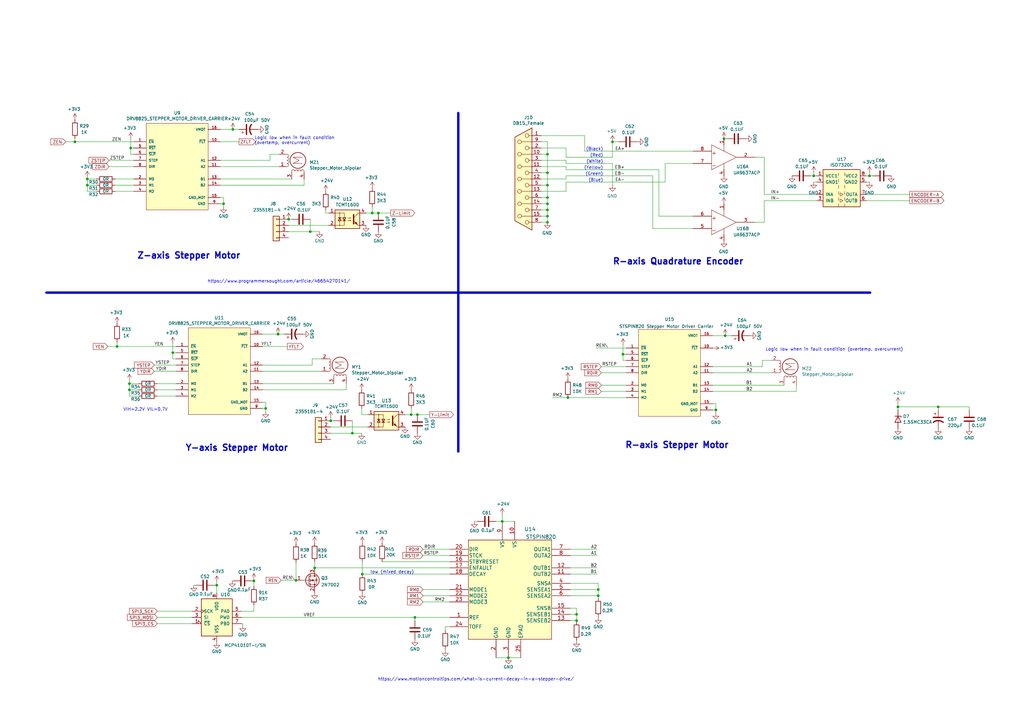
<source format=kicad_sch>
(kicad_sch (version 20211123) (generator eeschema)
  (paper "A3")
  (title_block (title "Wafer Pre-Aligner") (date "2021-03-09") (rev "1.0") (company "JPT Electronics"))
  (lib_symbols
    (symbol "Connector:DB15_Female" (pin_names (offset 1.016) hide)
      (property "Reference" "J" (at 0.508 21.59 0))
      (property "Value" "DB15_Female" (at 0 -22.225 0))
      (symbol "DB15_Female_1_1"
        (pin passive line (at -7.62 17.78 0) (length 3.81) (name "1") (number "1"))
        (pin passive line (at -7.62 10.16 0) (length 3.81) (name "P10") (number "10"))
        (pin passive line (at -7.62 5.08 0) (length 3.81) (name "P111") (number "11"))
        (pin passive line (at -7.62 0 0) (length 3.81) (name "P12") (number "12"))
        (pin passive line (at -7.62 -5.08 0) (length 3.81) (name "P13") (number "13"))
        (pin passive line (at -7.62 -10.16 0) (length 3.81) (name "P14") (number "14"))
        (pin passive line (at -7.62 -15.24 0) (length 3.81) (name "P15") (number "15"))
        (pin passive line (at -7.62 12.7 0) (length 3.81) (name "2") (number "2"))
        (pin passive line (at -7.62 7.62 0) (length 3.81) (name "3") (number "3"))
        (pin passive line (at -7.62 2.54 0) (length 3.81) (name "4") (number "4"))
        (pin passive line (at -7.62 -2.54 0) (length 3.81) (name "5") (number "5"))
        (pin passive line (at -7.62 -7.62 0) (length 3.81) (name "6") (number "6"))
        (pin passive line (at -7.62 -12.7 0) (length 3.81) (name "7") (number "7"))
        (pin passive line (at -7.62 -17.78 0) (length 3.81) (name "8") (number "8"))
        (pin passive line (at -7.62 15.24 0) (length 3.81) (name "P9") (number "9"))
      )
    )
    (symbol "Connector_Generic:Conn_01x04" (pin_names (offset 1.016) hide)
      (property "Reference" "J" (at 0 5.08 0))
      (property "Value" "Conn_01x04" (at 0 -7.62 0))
      (symbol "Conn_01x04_1_1"
        (pin passive line (at -5.08 2.54 0) (length 3.81) (name "Pin_1") (number "1"))
        (pin passive line (at -5.08 0 0) (length 3.81) (name "Pin_2") (number "2"))
        (pin passive line (at -5.08 -2.54 0) (length 3.81) (name "Pin_3") (number "3"))
        (pin passive line (at -5.08 -5.08 0) (length 3.81) (name "Pin_4") (number "4"))
      )
    )
    (symbol "DRV8825_STEPPER_MOTOR_DRIVER_CARRIER:DRV8825_STEPPER_MOTOR_DRIVER_CARRIER" (pin_names (offset 1.016))
      (property "Reference" "U" (at -12.7 18.542 0))
      (property "Value" "DRV8825_STEPPER_MOTOR_DRIVER_CARRIER" (at -12.7 -20.32 0))
      (symbol "DRV8825_STEPPER_MOTOR_DRIVER_CARRIER_0_0"
        (pin input line (at -17.78 10.16 0) (length 5.08) (name "~{EN}") (number "1"))
        (pin output line (at 17.78 10.16 180) (length 5.08) (name "~{FLT}") (number "10"))
        (pin output line (at 17.78 0 180) (length 5.08) (name "A2") (number "11"))
        (pin output line (at 17.78 2.54 180) (length 5.08) (name "A1") (number "12"))
        (pin output line (at 17.78 -5.08 180) (length 5.08) (name "B1") (number "13"))
        (pin output line (at 17.78 -7.62 180) (length 5.08) (name "B2") (number "14"))
        (pin power_in line (at 17.78 -12.7 180) (length 5.08) (name "GND_MOT") (number "15"))
        (pin power_in line (at 17.78 15.24 180) (length 5.08) (name "VMOT") (number "16"))
        (pin input line (at -17.78 -5.08 0) (length 5.08) (name "M0") (number "2"))
        (pin input line (at -17.78 -7.62 0) (length 5.08) (name "M1") (number "3"))
        (pin input line (at -17.78 -10.16 0) (length 5.08) (name "M2") (number "4"))
        (pin input line (at -17.78 7.62 0) (length 5.08) (name "~{RST}") (number "5"))
        (pin input line (at -17.78 5.08 0) (length 5.08) (name "~{SLP}") (number "6"))
        (pin input line (at -17.78 2.54 0) (length 5.08) (name "STEP") (number "7"))
        (pin input line (at -17.78 0 0) (length 5.08) (name "DIR") (number "8"))
        (pin power_in line (at 17.78 -15.24 180) (length 5.08) (name "GND") (number "9"))
      )
    )
    (symbol "Device:C" (pin_numbers hide) (pin_names (offset 0.254))
      (property "Reference" "C" (at 0.635 2.54 0))
      (property "Value" "C" (at 0.635 -2.54 0))
      (symbol "C_1_1"
        (pin passive line (at 0 3.81 270) (length 2.794) (name "~") (number "1"))
        (pin passive line (at 0 -3.81 90) (length 2.794) (name "~") (number "2"))
      )
    )
    (symbol "Device:CP1" (pin_numbers hide) (pin_names (offset 0.254) hide)
      (property "Reference" "C" (at 0.635 2.54 0))
      (property "Value" "Device_CP1" (at 0.635 -2.54 0))
      (symbol "CP1_1_1"
        (pin passive line (at 0 3.81 270) (length 2.794) (name "~") (number "1"))
        (pin passive line (at 0 -3.81 90) (length 3.302) (name "~") (number "2"))
      )
    )
    (symbol "Device:R" (pin_numbers hide) (pin_names (offset 0))
      (property "Reference" "R" (at 2.032 0 90))
      (property "Value" "R" (at 0 0 90))
      (symbol "R_1_1"
        (pin passive line (at 0 3.81 270) (length 1.27) (name "~") (number "1"))
        (pin passive line (at 0 -3.81 90) (length 1.27) (name "~") (number "2"))
      )
    )
    (symbol "Diode:Z3SMCxxx" (pin_numbers hide) (pin_names (offset 1.016) hide)
      (property "Reference" "D" (at 0 2.54 0))
      (property "Value" "Z3SMCxxx" (at 0 -2.54 0))
      (symbol "Z3SMCxxx_1_1"
        (pin passive line (at -3.81 0 0) (length 2.54) (name "K") (number "1"))
        (pin passive line (at 3.81 0 180) (length 2.54) (name "A") (number "2"))
      )
    )
    (symbol "Interface_LineDriver:UA9637" (pin_names (offset 1.016) hide)
      (property "Reference" "U" (at -5.08 7.62 0))
      (property "Value" "UA9637" (at 5.08 5.08 0))
      (symbol "UA9637_0_1"
        (text "+" (at -4.064 1.8034 0) (effects (font (size 1.778 1.778))))
        (text "-" (at -4.064 -3.2766 0) (effects (font (size 1.778 1.778))))
      )
      (symbol "UA9637_1_1"
        (pin power_in line (at 0 7.62 270) (length 2.54) (name "VCC") (number "1"))
        (pin output line (at 12.7 0 180) (length 7.62) (name "OUT") (number "2"))
        (pin power_in line (at 0 -7.62 90) (length 2.54) (name "GND") (number "4"))
        (pin input line (at -12.7 -2.54 0) (length 7.62) (name "IN-") (number "7"))
        (pin input line (at -12.7 2.54 0) (length 7.62) (name "IN+") (number "8"))
      )
      (symbol "UA9637_2_1"
        (pin power_in line (at 0 7.62 270) (length 2.54) (name "VCC") (number "1"))
        (pin output line (at 12.7 0 180) (length 7.62) (name "OUT") (number "3"))
        (pin power_in line (at 0 -7.62 90) (length 2.54) (name "GND") (number "4"))
        (pin input line (at -12.7 -2.54 0) (length 7.62) (name "IN-") (number "5"))
        (pin input line (at -12.7 2.54 0) (length 7.62) (name "IN+") (number "6"))
      )
    )
    (symbol "Isolator:ISO7320C" (pin_names (offset 1.016))
      (property "Reference" "U" (at 0 10.795 0))
      (property "Value" "ISO7320C" (at 0 8.89 0))
      (symbol "ISO7320C_1_1"
        (pin power_in line (at -10.16 5.08 0) (length 2.54) (name "VCC1") (number "1"))
        (pin input line (at -10.16 -2.54 0) (length 2.54) (name "INA") (number "2"))
        (pin input line (at -10.16 -5.08 0) (length 2.54) (name "INB") (number "3"))
        (pin power_in line (at -10.16 2.54 0) (length 2.54) (name "GND1") (number "4"))
        (pin power_in line (at 10.16 2.54 180) (length 2.54) (name "GND2") (number "5"))
        (pin output line (at 10.16 -5.08 180) (length 2.54) (name "OUTB") (number "6"))
        (pin output line (at 10.16 -2.54 180) (length 2.54) (name "OUTA") (number "7"))
        (pin power_in line (at 10.16 5.08 180) (length 2.54) (name "VCC2") (number "8"))
      )
    )
    (symbol "Isolator:TCMT1600" (pin_names (offset 1.016))
      (property "Reference" "U" (at -5.08 5.08 0))
      (property "Value" "TCMT1600" (at 0 5.08 0))
      (symbol "TCMT1600_1_1"
        (pin passive line (at -7.62 2.54 0) (length 2.54) (name "~") (number "1"))
        (pin passive line (at -7.62 -2.54 0) (length 2.54) (name "~") (number "2"))
        (pin passive line (at 7.62 -2.54 180) (length 2.54) (name "~") (number "3"))
        (pin passive line (at 7.62 2.54 180) (length 2.54) (name "~") (number "4"))
      )
    )
    (symbol "Libraries:STSPIN820" (pin_names (offset 0.254))
      (property "Reference" "U" (at 36.83 10.16 0))
      (property "Value" "STSPIN820" (at 41.91 7.62 0))
      (symbol "STSPIN820_1_1"
        (pin unspecified line (at 0 -26.67 0) (length 7.62) (name "REF") (number "1"))
        (pin unspecified line (at 26.67 12.7 270) (length 7.62) (name "VS") (number "10"))
        (pin output line (at 49.53 -8.89 180) (length 7.62) (name "OUTB2") (number "11"))
        (pin output line (at 49.53 -6.35 180) (length 7.62) (name "OUTB1") (number "12"))
        (pin bidirectional line (at 49.53 -27.94 180) (length 7.62) (name "SENSEB2") (number "13"))
        (pin bidirectional line (at 49.53 -25.4 180) (length 7.62) (name "SENSEB1") (number "14"))
        (pin unspecified line (at 49.53 -22.86 180) (length 7.62) (name "SNSB") (number "15"))
        (pin unspecified line (at 0 -3.81 0) (length 7.62) (name "STBYRESET") (number "16"))
        (pin unspecified line (at 0 -6.35 0) (length 7.62) (name "ENFAULT") (number "17"))
        (pin unspecified line (at 0 -8.89 0) (length 7.62) (name "DECAY") (number "18"))
        (pin unspecified line (at 0 -1.27 0) (length 7.62) (name "STCK") (number "19"))
        (pin power_in line (at 19.05 -43.18 90) (length 7.62) (name "GND") (number "2"))
        (pin unspecified line (at 0 1.27 0) (length 7.62) (name "DIR") (number "20"))
        (pin bidirectional line (at 0 -15.24 0) (length 7.62) (name "MODE1") (number "21"))
        (pin bidirectional line (at 0 -17.78 0) (length 7.62) (name "MODE2") (number "22"))
        (pin bidirectional line (at 0 -20.32 0) (length 7.62) (name "MODE3") (number "23"))
        (pin unspecified line (at 0 -30.48 0) (length 7.62) (name "TOFF") (number "24"))
        (pin unspecified line (at 29.21 -43.18 90) (length 7.62) (name "EPAD") (number "25"))
        (pin power_in line (at 24.13 -43.18 90) (length 7.62) (name "GND") (number "3"))
        (pin unspecified line (at 49.53 -12.7 180) (length 7.62) (name "SNSA") (number "4"))
        (pin bidirectional line (at 49.53 -15.24 180) (length 7.62) (name "SENSEA1") (number "5"))
        (pin bidirectional line (at 49.53 -17.78 180) (length 7.62) (name "SENSEA2") (number "6"))
        (pin output line (at 49.53 1.27 180) (length 7.62) (name "OUTA1") (number "7"))
        (pin output line (at 49.53 -1.27 180) (length 7.62) (name "OUTA2") (number "8"))
        (pin unspecified line (at 21.59 12.7 270) (length 7.62) (name "VS") (number "9"))
      )
    )
    (symbol "Motor:Stepper_Motor_bipolar" (pin_names (offset 0) hide)
      (property "Reference" "M" (at 3.81 2.54 0))
      (property "Value" "Stepper_Motor_bipolar" (at 3.81 1.27 0))
      (symbol "Stepper_Motor_bipolar_1_1"
        (pin passive line (at -2.54 7.62 270) (length 2.54) (name "~") (number "1"))
        (pin passive line (at 2.54 7.62 270) (length 2.54) (name "-") (number "2"))
        (pin passive line (at -7.62 2.54 0) (length 2.54) (name "~") (number "3"))
        (pin passive line (at -7.62 -2.54 0) (length 2.54) (name "~") (number "4"))
      )
    )
    (symbol "Potentiometer_Digital:MCP41010" (pin_names (offset 1.016))
      (property "Reference" "U" (at -6.35 8.89 0))
      (property "Value" "MCP41010" (at 1.27 8.89 0))
      (symbol "MCP41010_1_1"
        (pin input input_low (at -10.16 -2.54 0) (length 3.81) (name "~{CS}") (number "1"))
        (pin passive clock (at -10.16 2.54 0) (length 3.81) (name "SCK") (number "2"))
        (pin input line (at -10.16 0 0) (length 3.81) (name "SI") (number "3"))
        (pin power_in line (at 0 -10.16 90) (length 2.54) (name "VSS") (number "4"))
        (pin passive line (at 10.16 2.54 180) (length 3.81) (name "PA0") (number "5"))
        (pin passive line (at 10.16 0 180) (length 3.81) (name "PW0") (number "6"))
        (pin passive line (at 10.16 -2.54 180) (length 3.81) (name "PB0") (number "7"))
        (pin power_in line (at 0 10.16 270) (length 2.54) (name "VDD") (number "8"))
      )
    )
    (symbol "Transistor_FET:2N7002" (pin_names hide)
      (property "Reference" "Q" (at 5.08 1.905 0))
      (property "Value" "2N7002" (at 5.08 0 0))
      (symbol "2N7002_1_1"
        (pin input line (at -5.08 0 0) (length 2.54) (name "G") (number "1"))
        (pin passive line (at 2.54 -5.08 90) (length 2.54) (name "S") (number "2"))
        (pin passive line (at 2.54 5.08 270) (length 2.54) (name "D") (number "3"))
      )
    )
    (symbol "power:+24V" (power) (pin_names (offset 0))
      (property "Value" "+24V" (at 0 3.556 0))
      (symbol "+24V_1_1"
        (pin power_in line (at 0 0 90) (length 0) hide (name "+24V") (number "1"))
      )
    )
    (symbol "power:+3.3V" (power) (pin_names (offset 0))
      (property "Value" "+3.3V" (at 0 3.556 0))
      (symbol "+3.3V_1_1"
        (pin power_in line (at 0 0 90) (length 0) hide (name "+3V3") (number "1"))
      )
    )
    (symbol "power:+5V" (power) (pin_names (offset 0))
      (property "Value" "+5V" (at 0 3.556 0))
      (symbol "+5V_1_1"
        (pin power_in line (at 0 0 90) (length 0) hide (name "+5V") (number "1"))
      )
    )
    (symbol "power:GND" (power) (pin_names (offset 0))
      (property "Value" "GND" (at 0 -3.81 0))
      (symbol "GND_1_1"
        (pin power_in line (at 0 0 270) (length 0) hide (name "GND") (number "1"))
      )
    )
  )
  (junction (at 129.032 232.918))
  (junction (at 95.504 53.086))
  (junction (at 224.536 91.186))
  (junction (at 91.694 83.566))
  (junction (at 144.526 177.673))
  (junction (at 205.994 213.868))
  (junction (at 30.734 58.166))
  (junction (at 208.534 269.748))
  (junction (at 224.536 70.866))
  (junction (at 297.434 137.668))
  (junction (at 224.536 86.106))
  (junction (at 88.9 240.03))
  (junction (at 236.474 254.508))
  (junction (at 384.81 166.878))
  (junction (at 53.086 157.353))
  (junction (at 296.926 56.896))
  (junction (at 224.536 81.026))
  (junction (at 333.756 72.136))
  (junction (at 368.3 166.878))
  (junction (at 236.474 251.968))
  (junction (at 224.536 83.566))
  (junction (at 224.536 63.246))
  (junction (at 121.412 237.998))
  (junction (at 255.524 145.288))
  (junction (at 48.006 142.113))
  (junction (at 53.086 159.893))
  (junction (at 152.654 87.376))
  (junction (at 356.616 72.136))
  (junction (at 104.14 238.252))
  (junction (at 114.046 137.033))
  (junction (at 108.966 167.513))
  (junction (at 251.206 58.166))
  (junction (at 155.194 87.376))
  (junction (at 245.364 241.808))
  (junction (at 135.636 172.593))
  (junction (at 35.814 75.946))
  (junction (at 224.536 88.646))
  (junction (at 53.594 60.706))
  (junction (at 127.254 94.996))
  (junction (at 170.18 253.238))
  (junction (at 224.536 75.946))
  (junction (at 245.364 244.348))
  (junction (at 35.814 73.406))
  (junction (at 118.364 89.916))
  (junction (at 148.59 235.458))
  (junction (at 70.866 144.653))
  (junction (at 293.624 168.148))
  (junction (at 168.656 170.053))
  (junction (at 171.196 170.053))
  (junction (at 232.918 163.068))
  (wire (pts (xy 221.996 88.646) (xy 224.536 88.646)))
  (wire (pts (xy 245.364 245.364) (xy 245.364 244.348)))
  (wire (pts (xy 47.244 73.406) (xy 54.864 73.406)))
  (wire (pts (xy 90.424 75.946) (xy 124.714 75.946)))
  (wire (pts (xy 70.866 144.653) (xy 72.136 144.653)))
  (wire (pts (xy 333.756 70.866) (xy 333.756 72.136)))
  (wire (pts (xy 368.3 166.878) (xy 384.81 166.878)))
  (wire (pts (xy 79.502 240.03) (xy 80.264 240.03)))
  (wire (pts (xy 253.746 58.166) (xy 251.206 58.166)))
  (wire (pts (xy 110.744 63.246) (xy 114.554 63.246)))
  (wire (pts (xy 355.346 79.756) (xy 373.126 79.756)))
  (wire (pts (xy 224.536 75.946) (xy 224.536 70.866)))
  (wire (pts (xy 326.644 157.988) (xy 326.644 160.528)))
  (wire (pts (xy 107.696 157.353) (xy 136.906 157.353)))
  (wire (pts (xy 221.996 73.406) (xy 232.156 73.406)))
  (wire (pts (xy 384.81 166.878) (xy 397.51 166.878)))
  (wire (pts (xy 292.354 168.148) (xy 293.624 168.148)))
  (wire (pts (xy 233.934 232.918) (xy 244.856 232.918)))
  (wire (pts (xy 107.696 159.893) (xy 141.986 159.893)))
  (wire (pts (xy 53.086 156.083) (xy 53.086 157.353)))
  (wire (pts (xy 72.136 162.433) (xy 64.516 162.433)))
  (wire (pts (xy 64.516 253.238) (xy 78.74 253.238)))
  (wire (pts (xy 107.696 137.033) (xy 114.046 137.033)))
  (wire (pts (xy 135.636 171.323) (xy 135.636 172.593)))
  (wire (pts (xy 255.524 145.288) (xy 256.794 145.288)))
  (wire (pts (xy 54.864 78.486) (xy 47.244 78.486)))
  (wire (pts (xy 356.616 72.136) (xy 357.886 72.136)))
  (wire (pts (xy 35.814 78.486) (xy 39.624 78.486)))
  (wire (pts (xy 173.482 241.808) (xy 184.404 241.808)))
  (wire (pts (xy 64.516 255.778) (xy 78.74 255.778)))
  (wire (pts (xy 104.14 237.744) (xy 104.14 238.252)))
  (wire (pts (xy 152.654 87.376) (xy 155.194 87.376)))
  (wire (pts (xy 333.756 72.136) (xy 332.486 72.136)))
  (wire (pts (xy 168.656 170.053) (xy 168.656 167.513)))
  (wire (pts (xy 173.482 246.888) (xy 184.404 246.888)))
  (wire (pts (xy 135.636 177.673) (xy 144.526 177.673)))
  (wire (pts (xy 53.594 60.706) (xy 53.594 56.896)))
  (wire (pts (xy 166.116 170.053) (xy 168.656 170.053)))
  (wire (pts (xy 233.934 254.508) (xy 236.474 254.508)))
  (wire (pts (xy 70.866 147.193) (xy 70.866 144.653)))
  (wire (pts (xy 224.536 86.106) (xy 224.536 83.566)))
  (wire (pts (xy 208.534 269.748) (xy 213.614 269.748)))
  (wire (pts (xy 53.086 157.353) (xy 53.086 159.893)))
  (wire (pts (xy 270.256 88.646) (xy 284.226 88.646)))
  (wire (pts (xy 221.996 81.026) (xy 224.536 81.026)))
  (wire (pts (xy 224.536 63.246) (xy 224.536 58.166)))
  (wire (pts (xy 107.696 152.273) (xy 131.826 152.273)))
  (wire (pts (xy 90.424 83.566) (xy 91.694 83.566)))
  (wire (pts (xy 292.354 152.908) (xy 316.484 152.908)))
  (wire (pts (xy 292.354 150.368) (xy 312.674 150.368)))
  (polyline (pts (xy 19.05 120.015) (xy 356.87 120.015)) (stroke (width 0.9906) (type solid)))
  (wire (pts (xy 128.016 149.733) (xy 128.016 147.193)))
  (wire (pts (xy 98.044 58.166) (xy 90.424 58.166)))
  (wire (pts (xy 313.436 79.756) (xy 335.026 79.756)))
  (wire (pts (xy 48.006 140.208) (xy 48.006 142.113)))
  (wire (pts (xy 335.026 74.676) (xy 333.756 74.676)))
  (wire (pts (xy 221.996 63.246) (xy 224.536 63.246)))
  (wire (pts (xy 224.536 58.166) (xy 221.996 58.166)))
  (wire (pts (xy 44.704 65.786) (xy 54.864 65.786)))
  (wire (pts (xy 171.196 170.053) (xy 176.276 170.053)))
  (wire (pts (xy 64.516 157.353) (xy 72.136 157.353)))
  (wire (pts (xy 118.364 92.456) (xy 134.874 92.456)))
  (wire (pts (xy 48.006 142.113) (xy 44.196 142.113)))
  (wire (pts (xy 148.59 235.712) (xy 148.59 235.458)))
  (wire (pts (xy 170.18 262.128) (xy 170.18 262.382)))
  (wire (pts (xy 39.624 75.946) (xy 35.814 75.946)))
  (wire (pts (xy 90.424 81.026) (xy 91.694 81.026)))
  (wire (pts (xy 53.086 162.433) (xy 56.896 162.433)))
  (wire (pts (xy 232.156 68.326) (xy 221.996 68.326)))
  (wire (pts (xy 150.114 87.376) (xy 152.654 87.376)))
  (wire (pts (xy 251.206 58.166) (xy 251.206 64.516)))
  (wire (pts (xy 95.758 238.252) (xy 95.25 238.252)))
  (wire (pts (xy 118.364 94.996) (xy 127.254 94.996)))
  (wire (pts (xy 90.424 73.406) (xy 119.634 73.406)))
  (wire (pts (xy 224.536 81.026) (xy 224.536 75.946)))
  (wire (pts (xy 54.864 75.946) (xy 47.244 75.946)))
  (wire (pts (xy 236.474 251.968) (xy 233.934 251.968)))
  (wire (pts (xy 108.966 164.973) (xy 108.966 167.513)))
  (wire (pts (xy 355.346 74.676) (xy 356.616 74.676)))
  (wire (pts (xy 245.364 252.984) (xy 245.364 253.238)))
  (wire (pts (xy 232.156 65.786) (xy 232.156 67.056)))
  (wire (pts (xy 26.924 58.166) (xy 30.734 58.166)))
  (wire (pts (xy 133.604 87.376) (xy 133.604 86.106)))
  (wire (pts (xy 292.354 165.608) (xy 293.624 165.608)))
  (wire (pts (xy 355.346 72.136) (xy 356.616 72.136)))
  (wire (pts (xy 64.516 250.698) (xy 78.74 250.698)))
  (wire (pts (xy 30.734 56.769) (xy 30.734 58.166)))
  (wire (pts (xy 312.674 150.368) (xy 312.674 147.828)))
  (wire (pts (xy 152.654 87.376) (xy 152.654 84.836)))
  (wire (pts (xy 203.454 213.868) (xy 205.994 213.868)))
  (wire (pts (xy 255.524 145.288) (xy 255.524 147.828)))
  (wire (pts (xy 124.714 73.406) (xy 124.714 75.946)))
  (wire (pts (xy 221.996 70.866) (xy 224.536 70.866)))
  (wire (pts (xy 232.918 163.068) (xy 256.794 163.068)))
  (wire (pts (xy 232.156 67.056) (xy 251.206 67.056)))
  (wire (pts (xy 224.536 91.186) (xy 224.536 88.646)))
  (wire (pts (xy 221.996 75.946) (xy 224.536 75.946)))
  (wire (pts (xy 232.156 69.596) (xy 270.256 69.596)))
  (wire (pts (xy 72.136 142.113) (xy 48.006 142.113)))
  (wire (pts (xy 44.704 68.326) (xy 54.864 68.326)))
  (wire (pts (xy 91.694 83.566) (xy 91.694 84.836)))
  (wire (pts (xy 239.776 61.976) (xy 284.226 61.976)))
  (wire (pts (xy 99.06 250.698) (xy 104.14 250.698)))
  (wire (pts (xy 135.636 175.133) (xy 150.876 175.133)))
  (wire (pts (xy 129.032 232.918) (xy 129.032 230.378)))
  (wire (pts (xy 255.524 145.288) (xy 255.524 141.478)))
  (wire (pts (xy 144.526 177.673) (xy 148.336 177.673)))
  (wire (pts (xy 182.626 266.192) (xy 182.626 266.7)))
  (wire (pts (xy 182.626 257.048) (xy 182.626 258.572)))
  (wire (pts (xy 312.674 147.828) (xy 316.484 147.828)))
  (wire (pts (xy 148.59 230.378) (xy 148.59 235.458)))
  (wire (pts (xy 272.796 74.676) (xy 272.796 67.056)))
  (wire (pts (xy 233.934 235.458) (xy 244.856 235.458)))
  (wire (pts (xy 107.696 142.113) (xy 117.856 142.113)))
  (wire (pts (xy 173.482 225.298) (xy 184.404 225.298)))
  (wire (pts (xy 236.474 254.508) (xy 236.474 255.016)))
  (wire (pts (xy 88.9 238.76) (xy 88.9 240.03)))
  (wire (pts (xy 148.336 167.513) (xy 148.336 170.053)))
  (wire (pts (xy 205.994 211.074) (xy 205.994 213.868)))
  (wire (pts (xy 233.934 249.428) (xy 236.474 249.428)))
  (wire (pts (xy 267.716 72.136) (xy 267.716 93.726)))
  (wire (pts (xy 297.434 137.668) (xy 299.974 137.668)))
  (wire (pts (xy 232.156 72.136) (xy 267.716 72.136)))
  (wire (pts (xy 224.536 83.566) (xy 224.536 81.026)))
  (wire (pts (xy 203.454 269.748) (xy 208.534 269.748)))
  (wire (pts (xy 134.874 87.376) (xy 133.604 87.376)))
  (wire (pts (xy 107.696 167.513) (xy 108.966 167.513)))
  (wire (pts (xy 221.996 55.626) (xy 239.776 55.626)))
  (wire (pts (xy 236.474 262.636) (xy 236.474 262.89)))
  (wire (pts (xy 155.194 87.376) (xy 160.274 87.376)))
  (wire (pts (xy 309.626 64.516) (xy 313.436 64.516)))
  (wire (pts (xy 256.794 147.828) (xy 255.524 147.828)))
  (wire (pts (xy 384.81 168.148) (xy 384.81 166.878)))
  (wire (pts (xy 35.814 73.406) (xy 35.814 75.946)))
  (wire (pts (xy 72.136 159.893) (xy 64.516 159.893)))
  (wire (pts (xy 107.696 164.973) (xy 108.966 164.973)))
  (wire (pts (xy 170.18 253.238) (xy 170.18 254.508)))
  (wire (pts (xy 156.718 230.378) (xy 184.404 230.378)))
  (wire (pts (xy 141.986 157.353) (xy 141.986 159.893)))
  (wire (pts (xy 54.864 63.246) (xy 53.594 63.246)))
  (wire (pts (xy 292.354 160.528) (xy 326.644 160.528)))
  (wire (pts (xy 226.568 163.068) (xy 232.918 163.068)))
  (wire (pts (xy 95.504 53.086) (xy 98.044 53.086)))
  (wire (pts (xy 87.884 240.03) (xy 88.9 240.03)))
  (wire (pts (xy 56.896 157.353) (xy 53.086 157.353)))
  (wire (pts (xy 232.156 60.706) (xy 232.156 64.516)))
  (wire (pts (xy 99.06 255.778) (xy 99.568 255.778)))
  (wire (pts (xy 127.254 94.996) (xy 131.064 94.996)))
  (wire (pts (xy 63.246 149.733) (xy 72.136 149.733)))
  (wire (pts (xy 221.996 86.106) (xy 224.536 86.106)))
  (wire (pts (xy 104.14 238.252) (xy 104.14 240.538)))
  (wire (pts (xy 88.9 240.03) (xy 88.9 243.078)))
  (wire (pts (xy 221.996 60.706) (xy 232.156 60.706)))
  (wire (pts (xy 292.354 157.988) (xy 321.564 157.988)))
  (wire (pts (xy 99.06 253.238) (xy 170.18 253.238)))
  (wire (pts (xy 90.424 53.086) (xy 95.504 53.086)))
  (wire (pts (xy 246.634 152.908) (xy 256.794 152.908)))
  (wire (pts (xy 239.776 55.626) (xy 239.776 61.976)))
  (wire (pts (xy 90.424 65.786) (xy 110.744 65.786)))
  (wire (pts (xy 293.624 168.148) (xy 293.624 169.418)))
  (wire (pts (xy 270.256 69.596) (xy 270.256 88.646)))
  (wire (pts (xy 221.996 83.566) (xy 224.536 83.566)))
  (wire (pts (xy 246.634 157.988) (xy 256.794 157.988)))
  (wire (pts (xy 232.156 64.516) (xy 251.206 64.516)))
  (wire (pts (xy 292.354 137.668) (xy 297.434 137.668)))
  (wire (pts (xy 232.156 74.676) (xy 272.796 74.676)))
  (wire (pts (xy 233.934 225.298) (xy 244.856 225.298)))
  (wire (pts (xy 245.364 239.268) (xy 233.934 239.268)))
  (wire (pts (xy 245.364 241.808) (xy 245.364 244.348)))
  (wire (pts (xy 90.424 68.326) (xy 114.554 68.326)))
  (wire (pts (xy 110.744 65.786) (xy 110.744 63.246)))
  (wire (pts (xy 56.896 159.893) (xy 53.086 159.893)))
  (wire (pts (xy 53.086 159.893) (xy 53.086 162.433)))
  (wire (pts (xy 170.18 253.238) (xy 184.404 253.238)))
  (wire (pts (xy 221.996 78.486) (xy 232.156 78.486)))
  (wire (pts (xy 293.624 165.608) (xy 293.624 168.148)))
  (wire (pts (xy 221.996 91.186) (xy 224.536 91.186)))
  (polyline (pts (xy 187.96 46.355) (xy 187.96 185.166)) (stroke (width 0.9906) (type solid)))
  (wire (pts (xy 313.436 82.296) (xy 335.026 82.296)))
  (wire (pts (xy 245.364 241.808) (xy 233.934 241.808)))
  (wire (pts (xy 335.026 72.136) (xy 333.756 72.136)))
  (wire (pts (xy 35.814 75.946) (xy 35.814 78.486)))
  (wire (pts (xy 236.474 254.508) (xy 236.474 251.968)))
  (wire (pts (xy 368.3 165.608) (xy 368.3 166.878)))
  (wire (pts (xy 267.716 93.726) (xy 284.226 93.726)))
  (wire (pts (xy 121.412 230.632) (xy 121.412 237.998)))
  (wire (pts (xy 99.568 255.778) (xy 99.568 256.54)))
  (wire (pts (xy 236.474 249.428) (xy 236.474 251.968)))
  (wire (pts (xy 144.526 172.593) (xy 144.526 177.673)))
  (wire (pts (xy 244.348 142.748) (xy 256.794 142.748)))
  (wire (pts (xy 368.3 168.148) (xy 368.3 166.878)))
  (wire (pts (xy 221.996 65.786) (xy 232.156 65.786)))
  (wire (pts (xy 53.594 63.246) (xy 53.594 60.706)))
  (wire (pts (xy 224.536 88.646) (xy 224.536 86.106)))
  (wire (pts (xy 246.634 150.368) (xy 256.794 150.368)))
  (wire (pts (xy 251.206 67.056) (xy 251.206 75.946)))
  (wire (pts (xy 272.796 67.056) (xy 284.226 67.056)))
  (wire (pts (xy 72.136 147.193) (xy 70.866 147.193)))
  (wire (pts (xy 356.616 70.866) (xy 356.616 72.136)))
  (wire (pts (xy 232.156 73.406) (xy 232.156 72.136)))
  (wire (pts (xy 224.536 70.866) (xy 224.536 63.246)))
  (wire (pts (xy 128.016 147.193) (xy 131.826 147.193)))
  (wire (pts (xy 205.994 213.868) (xy 211.074 213.868)))
  (wire (pts (xy 108.966 167.513) (xy 108.966 168.783)))
  (wire (pts (xy 119.634 89.916) (xy 118.364 89.916)))
  (wire (pts (xy 35.814 72.771) (xy 35.814 73.406)))
  (wire (pts (xy 148.59 235.458) (xy 184.404 235.458)))
  (wire (pts (xy 103.378 238.252) (xy 104.14 238.252)))
  (wire (pts (xy 245.364 239.268) (xy 245.364 241.808)))
  (wire (pts (xy 114.046 137.033) (xy 116.586 137.033)))
  (wire (pts (xy 245.364 244.348) (xy 233.934 244.348)))
  (wire (pts (xy 182.626 257.048) (xy 184.404 257.048)))
  (wire (pts (xy 168.656 170.053) (xy 171.196 170.053)))
  (wire (pts (xy 129.032 232.918) (xy 184.404 232.918)))
  (wire (pts (xy 233.934 227.838) (xy 244.856 227.838)))
  (wire (pts (xy 397.51 168.148) (xy 397.51 166.878)))
  (wire (pts (xy 173.482 244.348) (xy 184.404 244.348)))
  (wire (pts (xy 148.336 170.053) (xy 150.876 170.053)))
  (wire (pts (xy 313.436 91.186) (xy 313.436 82.296)))
  (wire (pts (xy 107.696 149.733) (xy 128.016 149.733)))
  (wire (pts (xy 232.156 69.596) (xy 232.156 68.326)))
  (wire (pts (xy 91.694 81.026) (xy 91.694 83.566)))
  (wire (pts (xy 104.14 248.158) (xy 104.14 250.698)))
  (wire (pts (xy 136.906 172.593) (xy 135.636 172.593)))
  (wire (pts (xy 309.626 91.186) (xy 313.436 91.186)))
  (wire (pts (xy 63.246 152.273) (xy 72.136 152.273)))
  (wire (pts (xy 313.436 64.516) (xy 313.436 79.756)))
  (wire (pts (xy 373.126 82.296) (xy 355.346 82.296)))
  (wire (pts (xy 194.564 213.868) (xy 195.834 213.868)))
  (wire (pts (xy 298.196 56.896) (xy 296.926 56.896)))
  (wire (pts (xy 39.624 73.406) (xy 35.814 73.406)))
  (wire (pts (xy 173.482 227.838) (xy 184.404 227.838)))
  (wire (pts (xy 70.866 144.653) (xy 70.866 140.843)))
  (wire (pts (xy 53.594 60.706) (xy 54.864 60.706)))
  (wire (pts (xy 30.734 58.166) (xy 54.864 58.166)))
  (wire (pts (xy 115.316 237.998) (xy 121.412 237.998)))
  (wire (pts (xy 232.156 78.486) (xy 232.156 74.676)))
  (wire (pts (xy 246.634 160.528) (xy 256.794 160.528)))
  (wire (pts (xy 127.254 89.916) (xy 127.254 94.996)))
  (text "Z-axis Stepper Motor" (at 56.134 106.426 0) (effects (font (size 2.54 2.54) (thickness 0.508) bold) (justify left bottom)))
  (text "VIH=2.2V VIL=0.7V" (at 50.546 168.783 0) (effects (font (size 1.27 1.27)) (justify left bottom)))
  (text "Y-axis Stepper Motor" (at 75.946 185.293 0) (effects (font (size 2.54 2.54) (thickness 0.508) bold) (justify left bottom)))
  (text " low (mixed decay)" (at 150.876 235.458 0) (effects (font (size 1.27 1.27)) (justify left bottom)))
  (text "Logic low when in fault condition\n(overtemp, overcurrent)" (at 104.394 59.436 0) (effects (font (size 1.27 1.27)) (justify left bottom)))
  (text "(Blue)" (at 247.396 74.676 180) (effects (font (size 1.27 1.27)) (justify right bottom)))
  (text "https://www.motioncontroltips.com/what-is-current-decay-in-a-stepper-drive/" (at 154.94 279.4 0) (effects (font (size 1.27 1.27)) (justify left bottom)))
  (text "R-axis Quadrature Encoder" (at 251.206 108.839 0) (effects (font (size 2.54 2.54) (thickness 0.508) bold) (justify left bottom)))
  (text "(Red)" (at 247.396 64.516 180) (effects (font (size 1.27 1.27)) (justify right bottom)))
  (text "(Yellow)" (at 247.396 69.596 180) (effects (font (size 1.27 1.27)) (justify right bottom)))
  (text "https://www.programmersought.com/article/46654270141/" (at 85.09 116.205 0) (effects (font (size 1.27 1.27)) (justify left bottom)))
  (text "(Black)" (at 247.396 61.976 180) (effects (font (size 1.27 1.27)) (justify right bottom)))
  (text "R-axis Stepper Motor" (at 256.286 184.15 0) (effects (font (size 2.54 2.54) (thickness 0.508) bold) (justify left bottom)))
  (text "Logic low when in fault condition (overtemp, overcurrent)" (at 313.944 144.145 0) (effects (font (size 1.27 1.27)) (justify left bottom)))
  (text "(White)" (at 247.396 67.056 180) (effects (font (size 1.27 1.27)) (justify right bottom)))
  (text "(Green)" (at 247.396 72.136 180) (effects (font (size 1.27 1.27)) (justify right bottom)))
  (label "VREF" (at 129.286 253.238 180))
  (label "EB+" (at 256.286 69.596 180))
  (label "RM2" (at 226.568 163.068 0))
  (label "B1" (at 308.61 157.988 180))
  (label "B2" (at 308.6643 160.528 180))
  (label "RM2" (at 178.308 246.888 0))
  (label "A1" (at 244.856 227.838 180))
  (label "RDIR" (at 178.562 225.298 180))
  (label "ZSTEP" (at 51.054 65.786 180))
  (label "A1" (at 308.6643 150.368 180))
  (label "B1" (at 244.856 235.458 180))
  (label "A2" (at 308.6643 152.908 180))
  (label "IN+" (at 319.786 79.756 180))
  (label "YDIR" (at 68.326 152.273 180))
  (label "EA-" (at 256.286 74.676 180))
  (label "YEN" (at 67.056 142.113 180))
  (label "REN\\" (at 115.824 237.998 0))
  (label "ZEN" (at 49.784 58.166 180))
  (label "YFLT" (at 111.506 142.113 180))
  (label "A2" (at 244.856 225.298 180))
  (label "B2" (at 244.856 232.918 180))
  (label "RSTEP" (at 252.984 150.368 180))
  (label "REN\\" (at 244.348 142.748 0))
  (label "RSTEP" (at 179.832 227.838 180))
  (label "IN-" (at 319.786 82.296 180))
  (label "EA+" (at 256.286 61.976 180))
  (label "YSTEP" (at 69.596 149.733 180))
  (label "EB-" (at 256.286 72.136 180))
  (global_label "RM1" (shape input) (at 246.634 160.528 180) (property "Intersheet References" "${INTERSHEET_REFS}" (effects hide)))
  (global_label "RDIR" (shape input) (at 173.482 225.298 180) (property "Intersheet References" "${INTERSHEET_REFS}" (effects hide)))
  (global_label "ENCODER-B" (shape output) (at 373.126 82.296 0) (property "Intersheet References" "${INTERSHEET_REFS}" (effects hide)))
  (global_label "RM2" (shape input) (at 173.482 246.888 180) (property "Intersheet References" "${INTERSHEET_REFS}" (effects hide)))
  (global_label "YFLT" (shape output) (at 117.856 142.113 0) (property "Intersheet References" "${INTERSHEET_REFS}" (effects hide)))
  (global_label "RDIR" (shape input) (at 246.634 152.908 180) (property "Intersheet References" "${INTERSHEET_REFS}" (effects hide)))
  (global_label "SPI3_CS" (shape input) (at 64.516 255.778 180) (property "Intersheet References" "${INTERSHEET_REFS}" (effects hide)))
  (global_label "Z-Limit" (shape output) (at 160.274 87.376 0) (property "Intersheet References" "${INTERSHEET_REFS}" (effects hide)))
  (global_label "SPI3_SCK" (shape input) (at 64.516 250.698 180) (property "Intersheet References" "${INTERSHEET_REFS}" (effects hide)))
  (global_label "ZSTEP" (shape input) (at 44.704 65.786 180) (property "Intersheet References" "${INTERSHEET_REFS}" (effects hide)))
  (global_label "RM1" (shape input) (at 173.482 244.348 180) (property "Intersheet References" "${INTERSHEET_REFS}" (effects hide)))
  (global_label "REN" (shape input) (at 115.316 237.998 180) (property "Intersheet References" "${INTERSHEET_REFS}" (effects hide)))
  (global_label "ZEN" (shape input) (at 26.924 58.166 180) (property "Intersheet References" "${INTERSHEET_REFS}" (effects hide)))
  (global_label "RSTEP" (shape input) (at 173.482 227.838 180) (property "Intersheet References" "${INTERSHEET_REFS}" (effects hide)))
  (global_label "YSTEP" (shape input) (at 63.246 149.733 180) (property "Intersheet References" "${INTERSHEET_REFS}" (effects hide)))
  (global_label "YDIR" (shape input) (at 63.246 152.273 180) (property "Intersheet References" "${INTERSHEET_REFS}" (effects hide)))
  (global_label "ZDIR" (shape input) (at 44.704 68.326 180) (property "Intersheet References" "${INTERSHEET_REFS}" (effects hide)))
  (global_label "RSTEP" (shape input) (at 246.634 150.368 180) (property "Intersheet References" "${INTERSHEET_REFS}" (effects hide)))
  (global_label "ZFLT" (shape output) (at 98.044 58.166 0) (property "Intersheet References" "${INTERSHEET_REFS}" (effects hide)))
  (global_label "SPI3_MOSI" (shape input) (at 64.516 253.238 180) (property "Intersheet References" "${INTERSHEET_REFS}" (effects hide)))
  (global_label "ENCODER-A" (shape output) (at 373.126 79.756 0) (property "Intersheet References" "${INTERSHEET_REFS}" (effects hide)))
  (global_label "RM0" (shape input) (at 173.482 241.808 180) (property "Intersheet References" "${INTERSHEET_REFS}" (effects hide)))
  (global_label "RM0" (shape input) (at 246.634 157.988 180) (property "Intersheet References" "${INTERSHEET_REFS}" (effects hide)))
  (global_label "Y-Limit" (shape output) (at 176.276 170.053 0) (property "Intersheet References" "${INTERSHEET_REFS}" (effects hide)))
  (global_label "YEN" (shape input) (at 44.196 142.113 180) (property "Intersheet References" "${INTERSHEET_REFS}" (effects hide)))
  (symbol (lib_id "power:GND") (at 91.694 84.836 0) (unit 1)
    (property "Reference" "#PWR0133" (effects hide))
    (property "Value" "GND" (at 91.694 88.646 0))
  )
  (symbol (lib_id "power:+24V") (at 95.504 53.086 0) (unit 1)
    (property "Reference" "#PWR0135" (effects hide))
    (property "Value" "+24V" (at 95.885 48.6918 0))
  )
  (symbol (lib_id "Device:CP1") (at 101.854 53.086 90) (unit 1)
    (property "Reference" "C54" (at 104.394 46.736 90) (effects (justify left)))
    (property "Value" "100µF 50V" (at 110.744 49.276 90) (effects (justify left)))
    (property "Footprint" "Capacitor_SMD:CP_Elec_10x10" (effects hide))
    (property "Datasheet" "https://www.digikey.sg/product-detail/en/panasonic-electronic-components/EEE-FC1H101P/PCE4013CT-ND/817475" (effects hide))
    (property "Manufacturer_Part_Number" "EEE-FC1H101P" (effects hide))
    (property "Manufacturer_Name" "Panasonic Electronic Components" (effects hide))
    (property "Description" "100µF 50V Aluminum Electrolytic Capacitors Radial, Can - SMD  1000 Hrs @ 105°C" (effects hide))
  )
  (symbol (lib_id "power:GND") (at 105.664 53.086 90) (unit 1)
    (property "Reference" "#PWR0138" (effects hide))
    (property "Value" "GND" (at 109.474 53.086 0))
  )
  (symbol (lib_id "power:+3.3V") (at 53.594 56.896 0) (mirror y) (unit 1)
    (property "Reference" "#PWR0128" (effects hide))
    (property "Value" "+3.3V" (at 53.213 52.5018 0))
  )
  (symbol (lib_id "Motor:Stepper_Motor_bipolar") (at 122.174 65.786 90) (unit 1)
    (property "Reference" "MZ1" (at 126.9492 66.5988 90) (effects (justify right)))
    (property "Value" "Stepper_Motor_bipolar" (at 126.9492 68.9102 90) (effects (justify right)))
    (property "Footprint" "Connector_JST:JST_EH_B4B-EH-A_1x04_P2.50mm_Vertical" (effects hide))
    (property "Datasheet" "https://www.digikey.sg/en/products/detail/te-connectivity-amp-connectors/640456-4/109006" (effects hide))
    (property "Description" "Connector Header Through Hole 4 position 0.098\" (2.50mm)" (effects hide))
    (property "Manufacturer_Name" "TE Connectivity AMP Connectors" (effects hide))
    (property "Manufacturer_Part_Number" "640456-4" (effects hide))
  )
  (symbol (lib_id "Device:R") (at 43.434 78.486 90) (unit 1)
    (property "Reference" "R32" (at 38.354 79.756 90))
    (property "Value" "0R" (at 43.434 78.486 90))
    (property "Footprint" "Resistor_SMD:R_0603_1608Metric" (effects hide))
    (property "Datasheet" "https://www.digikey.sg/product-detail/en/stackpole-electronics-inc/RMCF0603ZT0R00/RMCF0603ZT0R00TR-ND/1756908" (effects hide))
    (property "Description" "0 Ohms Jumper 0.1W, 1/10W Chip Resistor 0603 (1608 Metric) Automotive AEC-Q200 Thick Film" (effects hide))
    (property "Manufacturer_Name" "Stackpole Electronics Inc" (effects hide))
    (property "Manufacturer_Part_Number" "RMCF0603ZT0R00" (effects hide))
  )
  (symbol (lib_id "power:+3.3V") (at 35.814 72.771 0) (mirror y) (unit 1)
    (property "Reference" "#PWR0125" (effects hide))
    (property "Value" "+3.3V" (at 35.433 68.3768 0))
  )
  (symbol (lib_id "Device:R") (at 43.434 75.946 90) (unit 1)
    (property "Reference" "R31" (at 38.354 77.216 90))
    (property "Value" "0R" (at 43.434 75.946 90))
    (property "Footprint" "Resistor_SMD:R_0603_1608Metric" (effects hide))
    (property "Datasheet" "https://www.digikey.sg/product-detail/en/stackpole-electronics-inc/RMCF0603ZT0R00/RMCF0603ZT0R00TR-ND/1756908" (effects hide))
    (property "Description" "0 Ohms Jumper 0.1W, 1/10W Chip Resistor 0603 (1608 Metric) Automotive AEC-Q200 Thick Film" (effects hide))
    (property "Manufacturer_Name" "Stackpole Electronics Inc" (effects hide))
    (property "Manufacturer_Part_Number" "RMCF0603ZT0R00" (effects hide))
  )
  (symbol (lib_id "Device:R") (at 43.434 73.406 90) (unit 1)
    (property "Reference" "R30" (at 38.354 74.676 90))
    (property "Value" "0R" (at 43.434 73.406 90))
    (property "Footprint" "Resistor_SMD:R_0603_1608Metric" (effects hide))
    (property "Datasheet" "https://www.digikey.sg/product-detail/en/stackpole-electronics-inc/RMCF0603ZT0R00/RMCF0603ZT0R00TR-ND/1756908" (effects hide))
    (property "Description" "0 Ohms Jumper 0.1W, 1/10W Chip Resistor 0603 (1608 Metric) Automotive AEC-Q200 Thick Film" (effects hide))
    (property "Manufacturer_Name" "Stackpole Electronics Inc" (effects hide))
    (property "Manufacturer_Part_Number" "RMCF0603ZT0R00" (effects hide))
  )
  (symbol (lib_id "power:GND") (at 131.064 94.996 0) (unit 1)
    (property "Reference" "#PWR0146" (effects hide))
    (property "Value" "GND" (at 131.064 98.806 0))
  )
  (symbol (lib_id "Device:R") (at 133.604 82.296 180) (unit 1)
    (property "Reference" "R40" (at 137.414 81.026 0))
    (property "Value" "3K3" (at 129.794 83.566 0))
    (property "Footprint" "Resistor_SMD:R_0603_1608Metric" (effects hide))
    (property "Datasheet" "https://www.digikey.sg/product-detail/en/panasonic-electronic-components/ERJ-3GEYJ103V/P10KGTR-ND/135662" (effects hide))
    (property "Description" "10 kOhms ±5% 0.1W, 1/10W Chip Resistor 0603 (1608 Metric) Automotive AEC-Q200 Thick Film" (effects hide))
    (property "Manufacturer_Name" "Panasonic Electronic Components" (effects hide))
    (property "Manufacturer_Part_Number" "ERJ-3GEYJ332V" (effects hide))
  )
  (symbol (lib_id "Connector_Generic:Conn_01x04") (at 113.284 92.456 0) (mirror y) (unit 1)
    (property "Reference" "J8" (at 112.014 83.566 0))
    (property "Value" "2355181-4" (at 109.474 86.106 0))
    (property "Footprint" "Libraries:TE_440054-4" (effects hide))
    (property "Datasheet" "https://www.digikey.sg/product-detail/en/te-connectivity-amp-connectors/2-292161-4/A128631-ND/5124519" (effects hide))
    (property "Description" "Connector Header Through Hole 4 position 0.079\" (2.00mm)" (effects hide))
    (property "Manufacturer_Name" "TE Connectivity AMP Connectors" (effects hide))
    (property "Manufacturer_Part_Number" "2355181-4" (effects hide))
  )
  (symbol (lib_id "Device:C") (at 123.444 89.916 90) (mirror x) (unit 1)
    (property "Reference" "C56" (at 123.444 83.566 90))
    (property "Value" "0.1UF" (at 124.714 86.106 90))
    (property "Footprint" "Capacitor_SMD:C_0603_1608Metric" (effects hide))
    (property "Datasheet" "https://www.digikey.sg/product-detail/en/kemet/C0603C104M5RACTU/399-7845-1-ND/3471568" (effects hide))
    (property "Description" "0.1µF ±20% 50V Ceramic Capacitor X7R 0603 (1608 Metric)" (effects hide))
    (property "Manufacturer_Name" "KEMET" (effects hide))
    (property "Manufacturer_Part_Number" "C0603C104M5RACTU" (effects hide))
  )
  (symbol (lib_id "power:GND") (at 148.336 177.673 0) (unit 1)
    (property "Reference" "#PWR0150" (effects hide))
    (property "Value" "GND" (at 148.336 181.483 0))
  )
  (symbol (lib_id "power:+3.3V") (at 168.656 159.893 0) (mirror y) (unit 1)
    (property "Reference" "#PWR0158" (effects hide))
    (property "Value" "+3.3V" (at 168.275 155.4988 0))
  )
  (symbol (lib_id "Device:R") (at 148.336 163.703 180) (unit 1)
    (property "Reference" "R41" (at 152.146 162.433 0))
    (property "Value" "3K3" (at 152.146 164.973 0))
    (property "Footprint" "Resistor_SMD:R_0603_1608Metric" (effects hide))
    (property "Datasheet" "https://www.digikey.sg/product-detail/en/panasonic-electronic-components/ERJ-3GEYJ103V/P10KGTR-ND/135662" (effects hide))
    (property "Description" "10 kOhms ±5% 0.1W, 1/10W Chip Resistor 0603 (1608 Metric) Automotive AEC-Q200 Thick Film" (effects hide))
    (property "Manufacturer_Name" "Panasonic Electronic Components" (effects hide))
    (property "Manufacturer_Part_Number" "ERJ-3GEYJ332V" (effects hide))
  )
  (symbol (lib_id "Connector_Generic:Conn_01x04") (at 130.556 175.133 0) (mirror y) (unit 1)
    (property "Reference" "J9" (at 129.286 166.243 0))
    (property "Value" "2355181-4" (at 126.746 168.783 0))
    (property "Footprint" "Libraries:TE_440054-4" (effects hide))
    (property "Datasheet" "https://www.digikey.sg/product-detail/en/te-connectivity-amp-connectors/2-292161-4/A128631-ND/5124519" (effects hide))
    (property "Description" "Connector Header Through Hole 4 position 0.079\" (2.00mm)" (effects hide))
    (property "Manufacturer_Name" "TE Connectivity AMP Connectors" (effects hide))
    (property "Manufacturer_Part_Number" "2355181-4" (effects hide))
  )
  (symbol (lib_id "Device:C") (at 140.716 172.593 90) (mirror x) (unit 1)
    (property "Reference" "C57" (at 140.716 166.243 90))
    (property "Value" "0.1UF" (at 140.716 168.783 90))
    (property "Footprint" "Capacitor_SMD:C_0603_1608Metric" (effects hide))
    (property "Datasheet" "https://www.digikey.sg/product-detail/en/kemet/C0603C104M5RACTU/399-7845-1-ND/3471568" (effects hide))
    (property "Description" "0.1µF ±20% 50V Ceramic Capacitor X7R 0603 (1608 Metric)" (effects hide))
    (property "Manufacturer_Name" "KEMET" (effects hide))
    (property "Manufacturer_Part_Number" "C0603C104M5RACTU" (effects hide))
  )
  (symbol (lib_id "Device:C") (at 257.556 58.166 270) (mirror x) (unit 1)
    (property "Reference" "C62" (at 256.286 51.816 90) (effects (justify left)))
    (property "Value" "0.1UF" (at 255.016 54.356 90) (effects (justify left)))
    (property "Footprint" "Capacitor_SMD:C_0603_1608Metric" (effects hide))
    (property "Datasheet" "https://www.digikey.sg/product-detail/en/kemet/C0603C104M5RACTU/399-7845-1-ND/3471568" (effects hide))
    (property "Description" "0.1µF ±20% 50V Ceramic Capacitor X7R 0603 (1608 Metric)" (effects hide))
    (property "Manufacturer_Name" "KEMET" (effects hide))
    (property "Manufacturer_Part_Number" "C0603C104M5RACTU" (effects hide))
  )
  (symbol (lib_id "power:GND") (at 261.366 58.166 90) (mirror x) (unit 1)
    (property "Reference" "#PWR0172" (effects hide))
    (property "Value" "GND" (at 265.176 58.166 0))
  )
  (symbol (lib_id "power:GND") (at 251.206 75.946 0) (mirror y) (unit 1)
    (property "Reference" "#PWR0170" (effects hide))
    (property "Value" "GND" (at 251.079 80.3402 0))
  )
  (symbol (lib_id "power:+5V") (at 251.206 58.166 0) (mirror y) (unit 1)
    (property "Reference" "#PWR0169" (effects hide))
    (property "Value" "+5V" (at 250.825 53.7718 0))
  )
  (symbol (lib_id "Interface_LineDriver:UA9637") (at 296.926 64.516 0) (unit 1)
    (property "Reference" "U16" (at 302.006 68.326 0) (effects (justify left)))
    (property "Value" "UA9637ACP" (at 300.736 70.866 0) (effects (justify left)))
    (property "Footprint" "Package_DIP:DIP-8_W7.62mm" (effects hide))
    (property "Datasheet" "http://pdf.datasheetcatalog.com/datasheets2/28/284473_1.pdf" (effects hide))
    (property "Manufacturer_Name" "Texas Instruments" (effects hide))
    (property "Description" "0/2 Receiver  RS422, RS423 8-SOIC" (effects hide))
    (property "Manufacturer_Part_Number" "UA9637ACDR" (effects hide))
  )
  (symbol (lib_id "Interface_LineDriver:UA9637") (at 296.926 91.186 0) (unit 2)
    (property "Reference" "U16" (at 302.006 93.726 0) (effects (justify left)))
    (property "Value" "UA9637ACP" (at 300.736 96.266 0) (effects (justify left)))
    (property "Footprint" "Package_DIP:DIP-8_W7.62mm" (effects hide))
    (property "Datasheet" "http://pdf.datasheetcatalog.com/datasheets2/28/284473_1.pdf" (effects hide))
    (property "Manufacturer_Name" "Texas Instruments" (effects hide))
    (property "Description" "0/2 Receiver  RS422, RS423 8-SOIC" (effects hide))
    (property "Manufacturer_Part_Number" "UA9637ACP" (effects hide))
  )
  (symbol (lib_id "power:GND") (at 296.926 72.136 0) (mirror y) (unit 1)
    (property "Reference" "#PWR0176" (effects hide))
    (property "Value" "GND" (at 296.799 76.5302 0))
  )
  (symbol (lib_id "power:GND") (at 296.926 98.806 0) (mirror y) (unit 1)
    (property "Reference" "#PWR0178" (effects hide))
    (property "Value" "GND" (at 296.799 103.2002 0))
  )
  (symbol (lib_id "power:+5V") (at 296.926 56.896 0) (mirror y) (unit 1)
    (property "Reference" "#PWR0175" (effects hide))
    (property "Value" "+5V" (at 296.545 52.5018 0))
  )
  (symbol (lib_id "power:+5V") (at 296.926 83.566 0) (mirror y) (unit 1)
    (property "Reference" "#PWR0177" (effects hide))
    (property "Value" "+5V" (at 296.545 79.1718 0))
  )
  (symbol (lib_id "Device:C") (at 302.006 56.896 270) (mirror x) (unit 1)
    (property "Reference" "C63" (at 300.736 50.546 90) (effects (justify left)))
    (property "Value" "0.1UF" (at 299.466 53.086 90) (effects (justify left)))
    (property "Footprint" "Capacitor_SMD:C_0603_1608Metric" (effects hide))
    (property "Datasheet" "https://www.digikey.sg/product-detail/en/kemet/C0603C104M5RACTU/399-7845-1-ND/3471568" (effects hide))
    (property "Description" "0.1µF ±20% 50V Ceramic Capacitor X7R 0603 (1608 Metric)" (effects hide))
    (property "Manufacturer_Name" "KEMET" (effects hide))
    (property "Manufacturer_Part_Number" "C0603C104M5RACTU" (effects hide))
  )
  (symbol (lib_id "power:GND") (at 305.816 56.896 90) (mirror x) (unit 1)
    (property "Reference" "#PWR0180" (effects hide))
    (property "Value" "GND" (at 309.626 56.896 0))
  )
  (symbol (lib_id "DRV8825_STEPPER_MOTOR_DRIVER_CARRIER:DRV8825_STEPPER_MOTOR_DRIVER_CARRIER") (at 89.916 152.273 0) (unit 1)
    (property "Reference" "U11" (at 89.916 130.302 0))
    (property "Value" "DRV8825_STEPPER_MOTOR_DRIVER_CARRIER" (at 89.916 132.6134 0))
    (property "Footprint" "AOD:DRV8825_STEPPER_MOTOR_DRIVER_CARRIER" (effects hide))
    (property "Datasheet" "https://www.snapeda.com/parts/DRV8825%20STEPPER%20MOTOR%20DRIVER%20CARRIER/Pololu/datasheet/" (effects hide))
    (property "Description" "Stepper motor controler; IC: DRV8825; 1.5A; Uin mot: 8.2÷45V" (effects hide))
    (property "Manufacturer_Name" "Pololu" (effects hide))
    (property "Manufacturer_Part_Number" "DRV8825" (effects hide))
  )
  (symbol (lib_id "power:GND") (at 108.966 168.783 0) (unit 1)
    (property "Reference" "#PWR0139" (effects hide))
    (property "Value" "GND" (at 108.966 172.593 0))
  )
  (symbol (lib_id "power:+24V") (at 114.046 137.033 0) (unit 1)
    (property "Reference" "#PWR0140" (effects hide))
    (property "Value" "+24V" (at 114.427 132.6388 0))
  )
  (symbol (lib_id "Device:CP1") (at 120.396 137.033 90) (unit 1)
    (property "Reference" "C55" (at 121.666 130.683 90) (effects (justify left)))
    (property "Value" "100µF 50V" (at 128.016 133.223 90) (effects (justify left)))
    (property "Footprint" "Capacitor_SMD:CP_Elec_10x10" (effects hide))
    (property "Datasheet" "https://www.digikey.sg/product-detail/en/panasonic-electronic-components/EEE-FC1H101P/PCE4013CT-ND/817475" (effects hide))
    (property "Manufacturer_Part_Number" "EEE-FC1H101P" (effects hide))
    (property "Manufacturer_Name" "Panasonic Electronic Components" (effects hide))
    (property "Description" "100µF 50V Aluminum Electrolytic Capacitors Radial, Can - SMD  1000 Hrs @ 105°C" (effects hide))
  )
  (symbol (lib_id "power:GND") (at 124.206 137.033 90) (unit 1)
    (property "Reference" "#PWR0143" (effects hide))
    (property "Value" "GND" (at 128.016 137.033 0))
  )
  (symbol (lib_id "power:+3.3V") (at 70.866 140.843 0) (mirror y) (unit 1)
    (property "Reference" "#PWR0129" (effects hide))
    (property "Value" "+3.3V" (at 70.485 136.4488 0))
  )
  (symbol (lib_id "Motor:Stepper_Motor_bipolar") (at 139.446 149.733 90) (unit 1)
    (property "Reference" "MY1" (at 144.2212 150.5458 90) (effects (justify right)))
    (property "Value" "Stepper_Motor_bipolar" (at 144.2212 152.8572 90) (effects (justify right)))
    (property "Footprint" "Connector_JST:JST_EH_B4B-EH-A_1x04_P2.50mm_Vertical" (effects hide))
    (property "Datasheet" "https://www.digikey.sg/en/products/detail/te-connectivity-amp-connectors/640456-4/109006" (effects hide))
    (property "Description" "Connector Header Through Hole 4 position 0.098\" (2.50mm)" (effects hide))
    (property "Manufacturer_Name" "TE Connectivity AMP Connectors" (effects hide))
    (property "Manufacturer_Part_Number" "640456-4" (effects hide))
  )
  (symbol (lib_id "Isolator:ISO7320C") (at 345.186 77.216 0) (unit 1)
    (property "Reference" "U17" (at 345.186 65.3542 0))
    (property "Value" "ISO7320C" (at 345.186 67.6656 0))
    (property "Footprint" "Package_SO:SOIC-8_3.9x4.9mm_P1.27mm" (effects hide))
    (property "Datasheet" "https://www.digikey.sg/product-detail/en/texas-instruments/ISO7320CQDRQ1/296-43274-1-ND/5801547" (effects hide))
    (property "Manufacturer_Name" "Texas Instruments" (effects hide))
    (property "Description" "General Purpose Digital Isolator 3000Vrms 2 Channel 25Mbps 25kV/µs CMTI 8-SOIC (0.154\", 3.90mm Width)" (effects hide))
    (property "Manufacturer_Part_Number" "ISO7320CQDRQ1" (effects hide))
  )
  (symbol (lib_id "power:GND") (at 333.756 74.676 0) (mirror y) (unit 1)
    (property "Reference" "#PWR0184" (effects hide))
    (property "Value" "GND" (at 333.629 79.0702 0))
  )
  (symbol (lib_id "power:GND") (at 356.616 74.676 0) (mirror y) (unit 1)
    (property "Reference" "#PWR0186" (effects hide))
    (property "Value" "GND" (at 356.489 79.0702 0))
  )
  (symbol (lib_id "power:+5V") (at 333.756 70.866 0) (mirror y) (unit 1)
    (property "Reference" "#PWR0183" (effects hide))
    (property "Value" "+5V" (at 333.375 66.4718 0))
  )
  (symbol (lib_id "Device:C") (at 328.676 72.136 270) (mirror x) (unit 1)
    (property "Reference" "C65" (at 327.406 65.786 90) (effects (justify left)))
    (property "Value" "0.1UF" (at 326.136 68.326 90) (effects (justify left)))
    (property "Footprint" "Capacitor_SMD:C_0603_1608Metric" (effects hide))
    (property "Datasheet" "https://www.digikey.sg/product-detail/en/kemet/C0603C104M5RACTU/399-7845-1-ND/3471568" (effects hide))
    (property "Description" "0.1µF ±20% 50V Ceramic Capacitor X7R 0603 (1608 Metric)" (effects hide))
    (property "Manufacturer_Name" "KEMET" (effects hide))
    (property "Manufacturer_Part_Number" "C0603C104M5RACTU" (effects hide))
  )
  (symbol (lib_id "power:GND") (at 324.866 72.136 0) (mirror y) (unit 1)
    (property "Reference" "#PWR0182" (effects hide))
    (property "Value" "GND" (at 324.739 76.5302 0))
  )
  (symbol (lib_id "Device:C") (at 361.696 72.136 90) (unit 1)
    (property "Reference" "C66" (at 362.966 65.786 90) (effects (justify left)))
    (property "Value" "0.1UF" (at 364.236 68.326 90) (effects (justify left)))
    (property "Footprint" "Capacitor_SMD:C_0603_1608Metric" (effects hide))
    (property "Datasheet" "https://www.digikey.sg/product-detail/en/kemet/C0603C104M5RACTU/399-7845-1-ND/3471568" (effects hide))
    (property "Description" "0.1µF ±20% 50V Ceramic Capacitor X7R 0603 (1608 Metric)" (effects hide))
    (property "Manufacturer_Name" "KEMET" (effects hide))
    (property "Manufacturer_Part_Number" "C0603C104M5RACTU" (effects hide))
  )
  (symbol (lib_id "power:GND") (at 365.506 72.136 0) (unit 1)
    (property "Reference" "#PWR0187" (effects hide))
    (property "Value" "GND" (at 365.633 76.5302 0))
  )
  (symbol (lib_id "power:+3.3V") (at 356.616 70.866 0) (mirror y) (unit 1)
    (property "Reference" "#PWR0185" (effects hide))
    (property "Value" "+3.3V" (at 356.235 66.4718 0))
  )
  (symbol (lib_id "Device:R") (at 60.706 162.433 90) (unit 1)
    (property "Reference" "R36" (at 55.626 163.703 90))
    (property "Value" "0R" (at 60.706 162.433 90))
    (property "Footprint" "Resistor_SMD:R_0603_1608Metric" (effects hide))
    (property "Datasheet" "https://www.digikey.sg/product-detail/en/stackpole-electronics-inc/RMCF0603ZT0R00/RMCF0603ZT0R00TR-ND/1756908" (effects hide))
    (property "Description" "0 Ohms Jumper 0.1W, 1/10W Chip Resistor 0603 (1608 Metric) Automotive AEC-Q200 Thick Film" (effects hide))
    (property "Manufacturer_Name" "Stackpole Electronics Inc" (effects hide))
    (property "Manufacturer_Part_Number" "RMCF0603ZT0R00" (effects hide))
  )
  (symbol (lib_id "power:+3.3V") (at 53.086 156.083 0) (mirror y) (unit 1)
    (property "Reference" "#PWR0127" (effects hide))
    (property "Value" "+3.3V" (at 52.705 151.6888 0))
  )
  (symbol (lib_id "Device:R") (at 60.706 159.893 90) (unit 1)
    (property "Reference" "R35" (at 55.626 161.163 90))
    (property "Value" "0R" (at 60.706 159.893 90))
    (property "Footprint" "Resistor_SMD:R_0603_1608Metric" (effects hide))
    (property "Datasheet" "https://www.digikey.sg/product-detail/en/stackpole-electronics-inc/RMCF0603ZT0R00/RMCF0603ZT0R00TR-ND/1756908" (effects hide))
    (property "Description" "0 Ohms Jumper 0.1W, 1/10W Chip Resistor 0603 (1608 Metric) Automotive AEC-Q200 Thick Film" (effects hide))
    (property "Manufacturer_Name" "Stackpole Electronics Inc" (effects hide))
    (property "Manufacturer_Part_Number" "RMCF0603ZT0R00" (effects hide))
  )
  (symbol (lib_id "Device:R") (at 60.706 157.353 90) (unit 1)
    (property "Reference" "R34" (at 55.626 158.623 90))
    (property "Value" "0R" (at 60.706 157.353 90))
    (property "Footprint" "Resistor_SMD:R_0603_1608Metric" (effects hide))
    (property "Datasheet" "https://www.digikey.sg/product-detail/en/stackpole-electronics-inc/RMCF0603ZT0R00/RMCF0603ZT0R00TR-ND/1756908" (effects hide))
    (property "Description" "0 Ohms Jumper 0.1W, 1/10W Chip Resistor 0603 (1608 Metric) Automotive AEC-Q200 Thick Film" (effects hide))
    (property "Manufacturer_Name" "Stackpole Electronics Inc" (effects hide))
    (property "Manufacturer_Part_Number" "RMCF0603ZT0R00" (effects hide))
  )
  (symbol (lib_id "DRV8825_STEPPER_MOTOR_DRIVER_CARRIER:DRV8825_STEPPER_MOTOR_DRIVER_CARRIER") (at 274.574 152.908 0) (unit 1)
    (property "Reference" "U15" (at 274.574 130.937 0))
    (property "Value" "STSPIN820 Stepper Motor Driver Carrier" (at 273.304 133.858 0))
    (property "Footprint" "Libraries:SPSPIN820_STEPPER_MOTOR_DRIVER_CARRIER" (effects hide))
    (property "Datasheet" "https://www.snapeda.com/parts/DRV8825%20STEPPER%20MOTOR%20DRIVER%20CARRIER/Pololu/datasheet/" (effects hide))
    (property "Description" "STSPIN820 Stepper Motor Driver Carrier" (effects hide))
    (property "Manufacturer_Name" "Pololu" (effects hide))
    (property "Manufacturer_Part_Number" "STSPIN820 " (effects hide))
  )
  (symbol (lib_id "power:GND") (at 293.624 169.418 0) (unit 1)
    (property "Reference" "#PWR0174" (effects hide))
    (property "Value" "GND" (at 293.624 173.228 0))
  )
  (symbol (lib_id "power:+24V") (at 297.434 137.668 0) (unit 1)
    (property "Reference" "#PWR0179" (effects hide))
    (property "Value" "+24V" (at 297.815 133.2738 0))
  )
  (symbol (lib_id "Device:CP1") (at 303.784 137.668 90) (unit 1)
    (property "Reference" "C64" (at 306.324 131.318 90) (effects (justify left)))
    (property "Value" "100µF 50V" (at 312.674 133.858 90) (effects (justify left)))
    (property "Footprint" "Capacitor_SMD:CP_Elec_10x10" (effects hide))
    (property "Datasheet" "https://www.digikey.sg/product-detail/en/panasonic-electronic-components/EEE-FC1H101P/PCE4013CT-ND/817475" (effects hide))
    (property "Manufacturer_Part_Number" "EEE-FC1H101P" (effects hide))
    (property "Manufacturer_Name" "Panasonic Electronic Components" (effects hide))
    (property "Description" "100µF 50V Aluminum Electrolytic Capacitors Radial, Can - SMD  1000 Hrs @ 105°C" (effects hide))
  )
  (symbol (lib_id "power:GND") (at 307.594 137.668 90) (unit 1)
    (property "Reference" "#PWR0181" (effects hide))
    (property "Value" "GND" (at 311.404 137.668 0))
  )
  (symbol (lib_id "power:+3.3V") (at 255.524 141.478 0) (mirror y) (unit 1)
    (property "Reference" "#PWR0171" (effects hide))
    (property "Value" "+3.3V" (at 255.143 137.0838 0))
  )
  (symbol (lib_id "Motor:Stepper_Motor_bipolar") (at 324.104 150.368 90) (unit 1)
    (property "Reference" "MZ2" (at 328.8792 151.1808 90) (effects (justify right)))
    (property "Value" "Stepper_Motor_bipolar" (at 328.8792 153.4922 90) (effects (justify right)))
    (property "Footprint" "Connector_JST:JST_EH_B4B-EH-A_1x04_P2.50mm_Vertical" (effects hide))
    (property "Datasheet" "https://www.digikey.sg/en/products/detail/te-connectivity-amp-connectors/640456-4/109006" (effects hide))
    (property "Description" "Connector Header Through Hole 4 position 0.098\" (2.50mm)" (effects hide))
    (property "Manufacturer_Name" "TE Connectivity AMP Connectors" (effects hide))
    (property "Manufacturer_Part_Number" "640456-4" (effects hide))
  )
  (symbol (lib_id "Diode:Z3SMCxxx") (at 368.3 171.958 270) (unit 1)
    (property "Reference" "D7" (at 370.332 170.7896 90) (effects (justify left)))
    (property "Value" "1.5SMC33CA" (at 370.332 173.101 90) (effects (justify left)))
    (property "Footprint" "Diode_SMD:D_SMC" (effects hide))
    (property "Datasheet" "https://www.digikey.sg/product-detail/en/littelfuse-inc/1-5SMC33CA/1-5SMC33CATR-ND/715015" (effects hide))
    (property "Description" "45.7V Clamp 33.3A Ipp Tvs Diode Surface Mount DO-214AB (SMCJ)" (effects hide))
    (property "Manufacturer_Name" "Littelfuse Inc." (effects hide))
    (property "Manufacturer_Part_Number" "1.5SMC33CA" (effects hide))
  )
  (symbol (lib_id "power:GND") (at 368.3 175.768 0) (unit 1)
    (property "Reference" "#PWR0189" (effects hide))
    (property "Value" "GND" (at 368.3 179.578 0))
  )
  (symbol (lib_id "Device:C") (at 397.51 171.958 0) (mirror x) (unit 1)
    (property "Reference" "C68" (at 402.59 171.958 0))
    (property "Value" "0.1UF" (at 401.32 174.498 0))
    (property "Footprint" "Capacitor_SMD:C_0603_1608Metric" (effects hide))
    (property "Datasheet" "https://www.digikey.sg/product-detail/en/kemet/C0603C104M5RACTU/399-7845-1-ND/3471568" (effects hide))
    (property "Description" "0.1µF ±20% 50V Ceramic Capacitor X7R 0603 (1608 Metric)" (effects hide))
    (property "Manufacturer_Name" "KEMET" (effects hide))
    (property "Manufacturer_Part_Number" "C0603C104M5RACTU" (effects hide))
  )
  (symbol (lib_id "power:+24V") (at 368.3 165.608 0) (unit 1)
    (property "Reference" "#PWR0188" (effects hide))
    (property "Value" "+24V" (at 368.681 161.2138 0))
  )
  (symbol (lib_id "power:GND") (at 397.51 175.768 0) (unit 1)
    (property "Reference" "#PWR0191" (effects hide))
    (property "Value" "GND" (at 397.51 179.578 0))
  )
  (symbol (lib_id "power:GND") (at 384.81 175.768 0) (unit 1)
    (property "Reference" "#PWR0190" (effects hide))
    (property "Value" "GND" (at 384.81 179.578 0))
  )
  (symbol (lib_id "Device:CP1") (at 384.81 171.958 0) (unit 1)
    (property "Reference" "C67" (at 388.62 171.958 0) (effects (justify left)))
    (property "Value" "220µF" (at 388.62 174.498 0) (effects (justify left)))
    (property "Footprint" "Capacitor_SMD:CP_Elec_10x10.5" (effects hide))
    (property "Datasheet" "https://www.digikey.sg/product-detail/en/nichicon/UWT1H221MNL1GS/493-2228-2-ND/589969" (effects hide))
    (property "Description" "220µF 50V Aluminum Electrolytic Capacitors Radial, Can - SMD  1000 Hrs @ 105°C" (effects hide))
    (property "Manufacturer_Name" "Nichicon" (effects hide))
    (property "Manufacturer_Part_Number" "UWT1H221MNL1GS" (effects hide))
  )
  (symbol (lib_id "Isolator:TCMT1600") (at 158.496 172.593 0) (unit 1)
    (property "Reference" "U13" (at 158.496 164.338 0))
    (property "Value" "TCMT1600" (at 158.496 166.6494 0))
    (property "Footprint" "Package_SO:SOP-4_4.4x2.6mm_P1.27mm" (effects hide))
    (property "Datasheet" "http://www.vishay.com/docs/83512/tcmt1600.pdf" (effects hide))
    (property "Manufacturer_Part_Number" "TCMT1600" (effects hide))
    (property "Manufacturer_Name" "Vishay Semiconductor Opto Division" (effects hide))
    (property "Description" "Optoisolator Transistor Output 3750Vrms 1 Channel 4-SOP" (effects hide))
  )
  (symbol (lib_id "power:+24V") (at 135.636 171.323 0) (unit 1)
    (property "Reference" "#PWR0148" (effects hide))
    (property "Value" "+24V" (at 136.017 166.9288 0))
  )
  (symbol (lib_id "power:+24V") (at 148.336 159.893 0) (unit 1)
    (property "Reference" "#PWR0149" (effects hide))
    (property "Value" "+24V" (at 148.717 155.4988 0))
  )
  (symbol (lib_id "Device:R") (at 168.656 163.703 180) (unit 1)
    (property "Reference" "R46" (at 172.466 162.433 0))
    (property "Value" "3K3" (at 172.466 164.973 0))
    (property "Footprint" "Resistor_SMD:R_0603_1608Metric" (effects hide))
    (property "Datasheet" "https://www.digikey.sg/product-detail/en/panasonic-electronic-components/ERJ-3GEYJ103V/P10KGTR-ND/135662" (effects hide))
    (property "Description" "10 kOhms ±5% 0.1W, 1/10W Chip Resistor 0603 (1608 Metric) Automotive AEC-Q200 Thick Film" (effects hide))
    (property "Manufacturer_Name" "Panasonic Electronic Components" (effects hide))
    (property "Manufacturer_Part_Number" "ERJ-3GEYJ332V" (effects hide))
  )
  (symbol (lib_id "power:GND") (at 166.116 175.133 0) (unit 1)
    (property "Reference" "#PWR0157" (effects hide))
    (property "Value" "GND" (at 166.116 178.943 0))
  )
  (symbol (lib_id "Device:C") (at 171.196 173.863 0) (mirror y) (unit 1)
    (property "Reference" "C60" (at 177.546 173.863 90))
    (property "Value" "0.1UF" (at 175.006 173.863 90))
    (property "Footprint" "Capacitor_SMD:C_0603_1608Metric" (effects hide))
    (property "Datasheet" "https://www.digikey.sg/product-detail/en/kemet/C0603C104M5RACTU/399-7845-1-ND/3471568" (effects hide))
    (property "Description" "0.1µF ±20% 50V Ceramic Capacitor X7R 0603 (1608 Metric)" (effects hide))
    (property "Manufacturer_Name" "KEMET" (effects hide))
    (property "Manufacturer_Part_Number" "C0603C104M5RACTU" (effects hide))
  )
  (symbol (lib_id "power:GND") (at 171.196 177.673 0) (unit 1)
    (property "Reference" "#PWR0160" (effects hide))
    (property "Value" "GND" (at 171.196 181.483 0))
  )
  (symbol (lib_id "power:+3.3V") (at 152.654 77.216 0) (mirror y) (unit 1)
    (property "Reference" "#PWR0154" (effects hide))
    (property "Value" "+3.3V" (at 152.273 72.8218 0))
  )
  (symbol (lib_id "Isolator:TCMT1600") (at 142.494 89.916 0) (unit 1)
    (property "Reference" "U12" (at 142.494 81.661 0))
    (property "Value" "TCMT1600" (at 142.494 83.9724 0))
    (property "Footprint" "Package_SO:SOP-4_4.4x2.6mm_P1.27mm" (effects hide))
    (property "Datasheet" "http://www.vishay.com/docs/83512/tcmt1600.pdf" (effects hide))
    (property "Manufacturer_Part_Number" "TCMT1600" (effects hide))
    (property "Manufacturer_Name" "Vishay Semiconductor Opto Division" (effects hide))
    (property "Description" "Optoisolator Transistor Output 3750Vrms 1 Channel 4-SOP" (effects hide))
  )
  (symbol (lib_id "Device:R") (at 152.654 81.026 180) (unit 1)
    (property "Reference" "R44" (at 156.464 79.756 0))
    (property "Value" "3K3" (at 156.464 82.296 0))
    (property "Footprint" "Resistor_SMD:R_0603_1608Metric" (effects hide))
    (property "Datasheet" "https://www.digikey.sg/product-detail/en/panasonic-electronic-components/ERJ-3GEYJ103V/P10KGTR-ND/135662" (effects hide))
    (property "Description" "10 kOhms ±5% 0.1W, 1/10W Chip Resistor 0603 (1608 Metric) Automotive AEC-Q200 Thick Film" (effects hide))
    (property "Manufacturer_Name" "Panasonic Electronic Components" (effects hide))
    (property "Manufacturer_Part_Number" "ERJ-3GEYJ332V" (effects hide))
  )
  (symbol (lib_id "power:GND") (at 150.114 92.456 0) (unit 1)
    (property "Reference" "#PWR0153" (effects hide))
    (property "Value" "GND" (at 150.114 96.266 0))
  )
  (symbol (lib_id "Device:C") (at 155.194 91.186 0) (mirror y) (unit 1)
    (property "Reference" "C58" (at 161.544 91.186 90))
    (property "Value" "0.1UF" (at 159.004 91.186 90))
    (property "Footprint" "Capacitor_SMD:C_0603_1608Metric" (effects hide))
    (property "Datasheet" "https://www.digikey.sg/product-detail/en/kemet/C0603C104M5RACTU/399-7845-1-ND/3471568" (effects hide))
    (property "Description" "0.1µF ±20% 50V Ceramic Capacitor X7R 0603 (1608 Metric)" (effects hide))
    (property "Manufacturer_Name" "KEMET" (effects hide))
    (property "Manufacturer_Part_Number" "C0603C104M5RACTU" (effects hide))
  )
  (symbol (lib_id "power:GND") (at 155.194 94.996 0) (unit 1)
    (property "Reference" "#PWR0155" (effects hide))
    (property "Value" "GND" (at 155.194 98.806 0))
  )
  (symbol (lib_id "power:+24V") (at 118.364 89.916 0) (unit 1)
    (property "Reference" "#PWR0141" (effects hide))
    (property "Value" "+24V" (at 118.745 85.5218 0))
  )
  (symbol (lib_id "power:+24V") (at 133.604 78.486 0) (unit 1)
    (property "Reference" "#PWR0147" (effects hide))
    (property "Value" "+24V" (at 133.985 74.0918 0))
  )
  (symbol (lib_id "Device:R") (at 121.412 226.822 180) (unit 1)
    (property "Reference" "R38" (at 124.968 225.552 0))
    (property "Value" "1K" (at 124.46 228.092 0))
    (property "Footprint" "Resistor_SMD:R_0603_1608Metric" (effects hide))
    (property "Datasheet" "https://www.digikey.sg/product-detail/en/yageo/RC0603JR-071KL/311-1-0KGRTR-ND/726677" (effects hide))
    (property "Description" "1 kOhms ±5% 0.1W, 1/10W Chip Resistor 0603 (1608 Metric) Moisture Resistant Thick Film" (effects hide))
    (property "Manufacturer_Name" "Yageo" (effects hide))
    (property "Manufacturer_Part_Number" "RC0603JR-071KL" (effects hide))
  )
  (symbol (lib_id "Device:R") (at 48.006 136.398 180) (unit 1)
    (property "Reference" "R33" (at 51.816 135.128 0))
    (property "Value" "1K" (at 51.816 137.668 0))
    (property "Footprint" "Resistor_SMD:R_0603_1608Metric" (effects hide))
    (property "Datasheet" "https://www.digikey.sg/product-detail/en/yageo/RC0603JR-071KL/311-1-0KGRTR-ND/726677" (effects hide))
    (property "Description" "1 kOhms ±5% 0.1W, 1/10W Chip Resistor 0603 (1608 Metric) Moisture Resistant Thick Film" (effects hide))
    (property "Manufacturer_Name" "Yageo" (effects hide))
    (property "Manufacturer_Part_Number" "RC0603JR-071KL" (effects hide))
  )
  (symbol (lib_id "Device:R") (at 30.734 52.959 180) (unit 1)
    (property "Reference" "R29" (at 34.544 51.689 0))
    (property "Value" "1K" (at 34.544 54.229 0))
    (property "Footprint" "Resistor_SMD:R_0603_1608Metric" (effects hide))
    (property "Datasheet" "https://www.digikey.sg/product-detail/en/yageo/RC0603JR-071KL/311-1-0KGRTR-ND/726677" (effects hide))
    (property "Description" "1 kOhms ±5% 0.1W, 1/10W Chip Resistor 0603 (1608 Metric) Moisture Resistant Thick Film" (effects hide))
    (property "Manufacturer_Name" "Yageo" (effects hide))
    (property "Manufacturer_Part_Number" "RC0603JR-071KL" (effects hide))
  )
  (symbol (lib_id "power:+3.3V") (at 30.734 49.149 0) (mirror y) (unit 1)
    (property "Reference" "#PWR0124" (effects hide))
    (property "Value" "+3.3V" (at 30.353 44.7548 0))
  )
  (symbol (lib_id "power:+3.3V") (at 48.006 132.588 0) (mirror y) (unit 1)
    (property "Reference" "#PWR0126" (effects hide))
    (property "Value" "+3.3V" (at 47.625 128.1938 0))
  )
  (symbol (lib_id "power:+3.3V") (at 121.412 223.012 0) (mirror y) (unit 1)
    (property "Reference" "#PWR0142" (effects hide))
    (property "Value" "+3.3V" (at 121.031 218.6178 0))
  )
  (symbol (lib_id "DRV8825_STEPPER_MOTOR_DRIVER_CARRIER:DRV8825_STEPPER_MOTOR_DRIVER_CARRIER") (at 72.644 68.326 0) (unit 1)
    (property "Reference" "U9" (at 72.644 46.355 0))
    (property "Value" "DRV8825_STEPPER_MOTOR_DRIVER_CARRIER" (at 72.644 48.6664 0))
    (property "Footprint" "Libraries:DRV8825_STEPPER_MOTOR_DRIVER_CARRIER" (effects hide))
    (property "Datasheet" "https://www.snapeda.com/parts/DRV8825%20STEPPER%20MOTOR%20DRIVER%20CARRIER/Pololu/datasheet/" (effects hide))
    (property "Description" "Stepper motor controler; IC: DRV8825; 1.5A; Uin mot: 8.2÷45V" (effects hide))
    (property "Manufacturer_Name" "Pololu" (effects hide))
    (property "Manufacturer_Part_Number" "DRV8825" (effects hide))
  )
  (symbol (lib_id "Connector:DB15_Female") (at 214.376 73.406 0) (mirror y) (unit 1)
    (property "Reference" "J10" (at 216.7636 48.2092 0))
    (property "Value" "DB15_Female" (at 216.7636 50.5206 0))
    (property "Footprint" "Connector_Dsub:DSUB-15-HD_Female_Vertical_P2.29x1.98mm_MountingHoles" (effects hide))
    (property "Datasheet" "https://www.digikey.sg/product-detail/en/amphenol-icc-fci/10090929-S154XLF/609-4032-ND/2350302" (effects hide))
    (property "Manufacturer_Name" "Amphenol ICC (FCI)" (effects hide))
    (property "Description" "15 Position D-Sub, High Density Receptacle, Female Sockets Connector" (effects hide))
    (property "Manufacturer_Part_Number" "10090929-S154XLF" (effects hide))
  )
  (symbol (lib_id "power:GND") (at 224.536 91.186 0) (mirror y) (unit 1)
    (property "Reference" "#PWR0165" (effects hide))
    (property "Value" "GND" (at 224.409 95.5802 0))
  )
  (symbol (lib_id "power:GND") (at 245.364 253.238 0) (unit 1)
    (property "Reference" "#PWR0168" (effects hide))
    (property "Value" "GND" (at 245.364 257.048 0))
  )
  (symbol (lib_id "Device:C") (at 84.074 240.03 90) (unit 1)
    (property "Reference" "C52" (at 84.074 236.474 90))
    (property "Value" "0.1µF" (at 84.582 243.586 90))
    (property "Footprint" "Capacitor_SMD:C_0402_1005Metric" (effects hide))
    (property "Datasheet" "https://www.digikey.sg/product-detail/en/murata-electronics/GRM155R71C104KA88J/490-6328-2-ND/2610892" (effects hide))
    (property "Manufacturer_Part_Number" "GRM155R71C104KA88J" (effects hide))
    (property "Manufacturer_Name" "Murata Electronics" (effects hide))
    (property "Description" "0.1µF ±10% 16V Ceramic Capacitor X7R 0402 (1005 Metric)" (effects hide))
  )
  (symbol (lib_id "power:GND") (at 182.626 266.7 0) (unit 1)
    (property "Reference" "#PWR0161" (effects hide))
    (property "Value" "GND" (at 182.626 270.51 0))
  )
  (symbol (lib_id "power:+3.3V") (at 292.354 142.748 270) (mirror x) (unit 1)
    (property "Reference" "#PWR0173" (effects hide))
    (property "Value" "+3.3V" (at 297.942 142.494 90))
  )
  (symbol (lib_id "power:GND") (at 99.568 256.54 0) (unit 1)
    (property "Reference" "#PWR0136" (effects hide))
    (property "Value" "GND" (at 99.568 260.35 0))
  )
  (symbol (lib_id "Transistor_FET:2N7002") (at 126.492 237.998 0) (unit 1)
    (property "Reference" "Q3" (at 131.699 237.0895 0) (effects (justify left)))
    (property "Value" "2N7002" (at 131.699 239.8646 0) (effects (justify left)))
    (property "Footprint" "Package_TO_SOT_SMD:SOT-23" (effects hide))
    (property "Datasheet" "https://www.digikey.sg/en/products/detail/onsemi/2N7002/244345" (effects hide))
    (property "Manufacturer_Part_Number" "2N7002" (effects hide))
    (property "Manufacturer_Name" "onsemi" (effects hide))
    (property "Description" "N-Channel 60 V 115mA (Ta) 200mW (Ta) Surface Mount SOT-23-3" (effects hide))
  )
  (symbol (lib_id "power:+3.3V") (at 148.59 222.758 0) (mirror y) (unit 1)
    (property "Reference" "#PWR0151" (effects hide))
    (property "Value" "+3.3V" (at 148.209 218.3638 0))
  )
  (symbol (lib_id "Device:C") (at 99.568 238.252 90) (unit 1)
    (property "Reference" "C53" (at 99.568 234.696 90))
    (property "Value" "0.1µF" (at 100.076 241.808 90))
    (property "Footprint" "Capacitor_SMD:C_0402_1005Metric" (effects hide))
    (property "Datasheet" "https://www.digikey.sg/product-detail/en/murata-electronics/GRM155R71C104KA88J/490-6328-2-ND/2610892" (effects hide))
    (property "Manufacturer_Part_Number" "GRM155R71C104KA88J" (effects hide))
    (property "Manufacturer_Name" "Murata Electronics" (effects hide))
    (property "Description" "0.1µF ±10% 16V Ceramic Capacitor X7R 0402 (1005 Metric)" (effects hide))
  )
  (symbol (lib_id "power:+3.3V") (at 156.718 222.758 0) (mirror y) (unit 1)
    (property "Reference" "#PWR0156" (effects hide))
    (property "Value" "+3.3V" (at 156.337 218.3638 0))
  )
  (symbol (lib_id "power:+24V") (at 205.994 211.074 0) (unit 1)
    (property "Reference" "#PWR0163" (effects hide))
    (property "Value" "+24V" (at 206.375 206.6798 0))
  )
  (symbol (lib_id "power:+3.3V") (at 104.14 237.744 0) (unit 1)
    (property "Reference" "#PWR0137" (effects hide))
    (property "Value" "+3.3V" (at 104.521 233.3498 0))
  )
  (symbol (lib_id "power:GND") (at 129.032 243.078 0) (unit 1)
    (property "Reference" "#PWR0145" (effects hide))
    (property "Value" "GND" (at 129.032 246.888 0))
  )
  (symbol (lib_id "Device:R") (at 129.032 226.568 180) (unit 1)
    (property "Reference" "R39" (at 134.112 225.806 0) (effects (justify left)))
    (property "Value" "51K" (at 134.366 228.092 0) (effects (justify left)))
    (property "Footprint" "Resistor_SMD:R_0603_1608Metric" (effects hide))
    (property "Datasheet" "https://www.digikey.sg/en/products/detail/yageo/RT0603FRE0751KL/1075410" (effects hide))
    (property "Manufacturer_Part_Number" "RT0603FRE0751KL" (effects hide))
    (property "Manufacturer_Name" "Stackpole Electronics Inc" (effects hide))
    (property "Description" "RES SMD 51K OHM 1% 1/10W 0603" (effects hide))
  )
  (symbol (lib_id "power:GND") (at 79.502 240.03 0) (unit 1)
    (property "Reference" "#PWR0130" (effects hide))
    (property "Value" "GND" (at 79.502 243.84 0))
  )
  (symbol (lib_id "power:GND") (at 148.59 243.332 0) (unit 1)
    (property "Reference" "#PWR0152" (effects hide))
    (property "Value" "GND" (at 148.59 247.142 0))
  )
  (symbol (lib_id "Libraries:STSPIN820") (at 184.404 226.568 0) (unit 1)
    (property "Reference" "U14" (at 217.424 217.043 0) (effects (font (size 1.524 1.524))))
    (property "Value" "STSPIN820" (at 221.869 220.218 0) (effects (font (size 1.524 1.524))))
    (property "Footprint" "Libraries:QFN_SPIN820_STM" (effects hide))
    (property "Datasheet" "https://www.digikey.sg/en/products/detail/stmicroelectronics/STSPIN820/7914689" (effects hide))
    (property "Description" "IC MTR DRVR BIPLR 7-45V 24TFQFPN" (effects hide))
    (property "Manufacturer_Name" "STMicroelectronics" (effects hide))
    (property "Manufacturer_Part_Number" "STSPIN820" (effects hide))
  )
  (symbol (lib_id "Device:R") (at 245.364 249.174 180) (unit 1)
    (property "Reference" "R50" (at 249.174 247.904 0))
    (property "Value" "0.2R" (at 249.174 250.444 0))
    (property "Footprint" "Resistor_SMD:RES_ERJB1CFR036U" (effects hide))
    (property "Datasheet" "https://www.digikey.sg/en/products/detail/panasonic-electronic-components/ERJ-D1CFR200U/9948169" (effects hide))
    (property "Description" "RES 0.200 OHM 2W 2010 WIDE" (effects hide))
    (property "Manufacturer_Name" "Panasonic Electronic Components" (effects hide))
    (property "Manufacturer_Part_Number" "ERJ-D1CFR200U" (effects hide))
  )
  (symbol (lib_id "Device:C") (at 170.18 258.318 0) (mirror x) (unit 1)
    (property "Reference" "C59" (at 175.26 258.318 0))
    (property "Value" "0.1UF" (at 173.99 260.858 0))
    (property "Footprint" "Capacitor_SMD:C_0603_1608Metric" (effects hide))
    (property "Datasheet" "https://www.digikey.sg/product-detail/en/kemet/C0603C104M5RACTU/399-7845-1-ND/3471568" (effects hide))
    (property "Description" "0.1µF ±20% 50V Ceramic Capacitor X7R 0603 (1608 Metric)" (effects hide))
    (property "Manufacturer_Name" "KEMET" (effects hide))
    (property "Manufacturer_Part_Number" "C0603C104M5RACTU" (effects hide))
  )
  (symbol (lib_id "Device:R") (at 232.918 159.258 180) (unit 1)
    (property "Reference" "R48" (at 236.728 157.988 0))
    (property "Value" "10K" (at 236.728 160.528 0))
    (property "Footprint" "Resistor_SMD:R_0603_1608Metric" (effects hide))
    (property "Datasheet" "https://www.digikey.sg/product-detail/en/panasonic-electronic-components/ERJ-3GEYJ103V/P10KGTR-ND/135662" (effects hide))
    (property "Description" "10 kOhms ±5% 0.1W, 1/10W Chip Resistor 0603 (1608 Metric) Automotive AEC-Q200 Thick Film" (effects hide))
    (property "Manufacturer_Name" "Panasonic Electronic Components" (effects hide))
    (property "Manufacturer_Part_Number" "ERJ-3GEYJ103V" (effects hide))
  )
  (symbol (lib_id "power:+3.3V") (at 129.032 222.758 0) (mirror y) (unit 1)
    (property "Reference" "#PWR0144" (effects hide))
    (property "Value" "+3.3V" (at 128.651 218.3638 0))
  )
  (symbol (lib_id "Device:R") (at 148.59 239.522 180) (unit 1)
    (property "Reference" "R43" (at 152.4 238.252 0))
    (property "Value" "0R" (at 152.4 240.792 0))
    (property "Footprint" "Resistor_SMD:R_0603_1608Metric" (effects hide))
    (property "Datasheet" "https://www.digikey.sg/en/products/detail/bourns-inc/CR0603AJ-000EAS/10240122?s=N4IgjCBcpgbFoDGUBmBDANgZwKYBoQB7KAbRAGYBOAJgBZ4BdAgBwBcoQBlVgJwEsAdgHMQAX1EFqpEAAYASgAIAUgFUAsgAUAonJANRQA" (effects hide))
    (property "Description" "RESA-AS 0603 0R JUMPER 100MW" (effects hide))
    (property "Manufacturer_Name" "Bourns Inc." (effects hide))
    (property "Manufacturer_Part_Number" "CR0603AJ/-000EAS" (effects hide))
  )
  (symbol (lib_id "Device:R") (at 104.14 244.348 0) (mirror y) (unit 1)
    (property "Reference" "R37" (at 107.95 245.618 0))
    (property "Value" "91K" (at 107.95 243.078 0))
    (property "Footprint" "Resistor_SMD:R_0603_1608Metric" (effects hide))
    (property "Datasheet" "https://www.digikey.sg/en/products/detail/panasonic-electronic-components/ERJ-3GEYJ913V/135827" (effects hide))
    (property "Description" "91 kOhms ±5% 0.1W, 1/10W Chip Resistor 0603 (1608 Metric) Automotive AEC-Q200 Thick Film" (effects hide))
    (property "Manufacturer_Name" "Panasonic Electronic Components" (effects hide))
    (property "Manufacturer_Part_Number" "ERJ-3GEYJ913V" (effects hide))
  )
  (symbol (lib_id "power:+3.3V") (at 88.9 238.76 0) (unit 1)
    (property "Reference" "#PWR0131" (effects hide))
    (property "Value" "+3.3V" (at 89.281 234.3658 0))
  )
  (symbol (lib_id "power:GND") (at 194.564 213.868 0) (unit 1)
    (property "Reference" "#PWR0162" (effects hide))
    (property "Value" "GND" (at 194.564 217.678 0))
  )
  (symbol (lib_id "Device:R") (at 148.59 226.568 180) (unit 1)
    (property "Reference" "R42" (at 152.4 225.298 0))
    (property "Value" "10K" (at 152.4 227.838 0))
    (property "Footprint" "Resistor_SMD:R_0603_1608Metric" (effects hide))
    (property "Datasheet" "https://www.digikey.sg/product-detail/en/panasonic-electronic-components/ERJ-3GEYJ103V/P10KGTR-ND/135662" (effects hide))
    (property "Description" "10 kOhms ±5% 0.1W, 1/10W Chip Resistor 0603 (1608 Metric) Automotive AEC-Q200 Thick Film" (effects hide))
    (property "Manufacturer_Name" "Panasonic Electronic Components" (effects hide))
    (property "Manufacturer_Part_Number" "ERJ-3GEYJ103V" (effects hide))
  )
  (symbol (lib_id "power:GND") (at 88.9 263.398 0) (unit 1)
    (property "Reference" "#PWR0132" (effects hide))
    (property "Value" "GND" (at 88.9 267.208 0))
  )
  (symbol (lib_id "Device:R") (at 182.626 262.382 180) (unit 1)
    (property "Reference" "R47" (at 186.436 261.112 0))
    (property "Value" "10K" (at 186.436 263.652 0))
    (property "Footprint" "Resistor_SMD:R_0603_1608Metric" (effects hide))
    (property "Datasheet" "https://www.digikey.sg/product-detail/en/panasonic-electronic-components/ERJ-3GEYJ103V/P10KGTR-ND/135662" (effects hide))
    (property "Description" "10 kOhms ±5% 0.1W, 1/10W Chip Resistor 0603 (1608 Metric) Automotive AEC-Q200 Thick Film" (effects hide))
    (property "Manufacturer_Name" "Panasonic Electronic Components" (effects hide))
    (property "Manufacturer_Part_Number" "ERJ-3GEYJ103V" (effects hide))
  )
  (symbol (lib_id "Device:R") (at 236.474 258.826 180) (unit 1)
    (property "Reference" "R49" (at 240.284 257.556 0))
    (property "Value" "0.2R" (at 240.284 260.096 0))
    (property "Footprint" "Resistor_SMD:RES_ERJB1CFR036U" (effects hide))
    (property "Datasheet" "https://www.digikey.sg/en/products/detail/panasonic-electronic-components/ERJ-D1CFR200U/9948169" (effects hide))
    (property "Description" "RES 0.200 OHM 2W 2010 WIDE" (effects hide))
    (property "Manufacturer_Name" "Panasonic Electronic Components" (effects hide))
    (property "Manufacturer_Part_Number" "ERJ-D1CFR200U" (effects hide))
  )
  (symbol (lib_id "Device:C") (at 199.644 213.868 90) (unit 1)
    (property "Reference" "C61" (at 199.644 210.312 90))
    (property "Value" "0.1µF" (at 200.152 217.424 90))
    (property "Footprint" "Capacitor_SMD:C_0402_1005Metric" (effects hide))
    (property "Datasheet" "https://www.digikey.sg/product-detail/en/murata-electronics/GRM155R71C104KA88J/490-6328-2-ND/2610892" (effects hide))
    (property "Manufacturer_Part_Number" "GRM155R71C104KA88J" (effects hide))
    (property "Manufacturer_Name" "Murata Electronics" (effects hide))
    (property "Description" "0.1µF ±10% 16V Ceramic Capacitor X7R 0402 (1005 Metric)" (effects hide))
  )
  (symbol (lib_id "power:+3.3V") (at 232.918 155.448 0) (mirror y) (unit 1)
    (property "Reference" "#PWR0166" (effects hide))
    (property "Value" "+3.3V" (at 232.537 151.0538 0))
  )
  (symbol (lib_id "power:GND") (at 208.534 269.748 0) (unit 1)
    (property "Reference" "#PWR0164" (effects hide))
    (property "Value" "GND" (at 208.534 273.558 0))
  )
  (symbol (lib_id "Potentiometer_Digital:MCP41010") (at 88.9 253.238 0) (unit 1)
    (property "Reference" "U10" (at 90.424 243.84 0) (effects (justify left)))
    (property "Value" "MCP41010T-I/SN" (at 91.948 264.668 0) (effects (justify left)))
    (property "Footprint" "Package_SO:SOIC-8-1EP_3.9x4.9mm_P1.27mm_EP2.29x3mm" (effects hide))
    (property "Datasheet" "http://ww1.microchip.com/downloads/en/DeviceDoc/11195c.pdf" (effects hide))
    (property "Description" "IC DGTL POT 10KOHM 256TAP 8SOIC" (effects hide))
    (property "Manufacturer_Name" "Microchip Technology" (effects hide))
    (property "Manufacturer_Part_Number" "MCP41010T-I/SN" (effects hide))
  )
  (symbol (lib_id "Device:R") (at 156.718 226.568 180) (unit 1)
    (property "Reference" "R45" (at 159.766 225.298 0))
    (property "Value" "20K" (at 160.274 227.584 0))
    (property "Footprint" "Resistor_SMD:R_0603_1608Metric" (effects hide))
    (property "Datasheet" "https://www.digikey.sg/product-detail/en/panasonic-electronic-components/ERA-3AEB203V/P20KDBTR-ND/1465885" (effects hide))
    (property "Description" "20 kOhms ±0.1% 0.1W, 1/10W Chip Resistor 0603 (1608 Metric) Automotive AEC-Q200 Thin Film" (effects hide))
    (property "Manufacturer_Name" "Panasonic Electronic Components" (effects hide))
    (property "Manufacturer_Part_Number" "ERA-3AEB203V" (effects hide))
  )
  (symbol (lib_id "power:GND") (at 236.474 262.89 0) (unit 1)
    (property "Reference" "#PWR0167" (effects hide))
    (property "Value" "GND" (at 236.474 266.7 0))
  )
  (symbol (lib_id "power:GND") (at 170.18 262.382 0) (unit 1)
    (property "Reference" "#PWR0159" (effects hide))
    (property "Value" "GND" (at 170.18 266.192 0))
  )
  (symbol (lib_id "power:GND") (at 95.25 238.252 0) (unit 1)
    (property "Reference" "#PWR0134" (effects hide))
    (property "Value" "GND" (at 95.25 242.062 0))
  )
)
</source>
